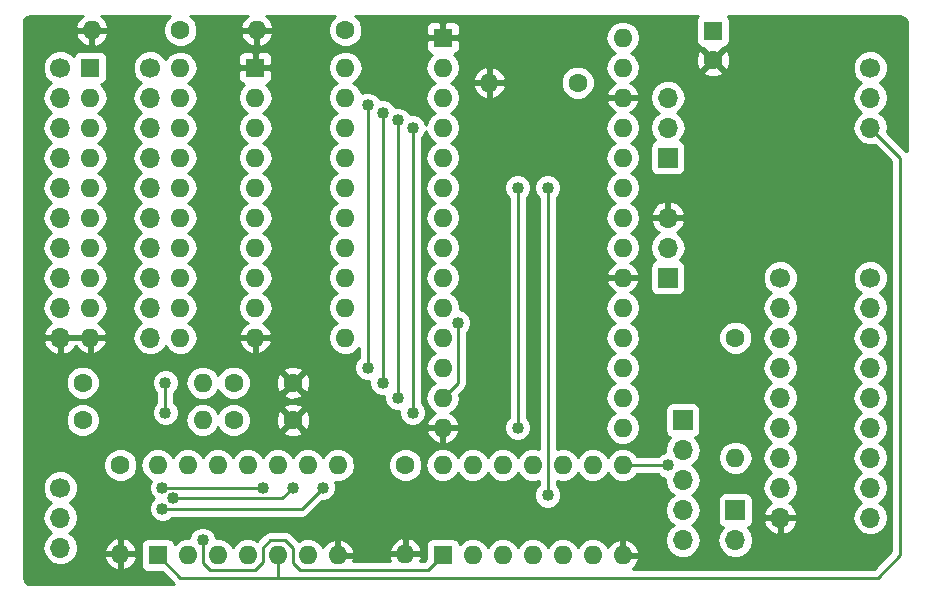
<source format=gtl>
G04 #@! TF.GenerationSoftware,KiCad,Pcbnew,5.0.2-bee76a0~70~ubuntu16.04.1*
G04 #@! TF.CreationDate,2019-05-03T11:24:50+01:00*
G04 #@! TF.ProjectId,AtomRamAndNoiseKiller,41746f6d-5261-46d4-916e-644e6f697365,rev?*
G04 #@! TF.SameCoordinates,PX8e4fe28PY93c3260*
G04 #@! TF.FileFunction,Copper,L1,Top*
G04 #@! TF.FilePolarity,Positive*
%FSLAX46Y46*%
G04 Gerber Fmt 4.6, Leading zero omitted, Abs format (unit mm)*
G04 Created by KiCad (PCBNEW 5.0.2-bee76a0~70~ubuntu16.04.1) date Fri 03 May 2019 11:24:50 BST*
%MOMM*%
%LPD*%
G01*
G04 APERTURE LIST*
G04 #@! TA.AperFunction,ComponentPad*
%ADD10O,1.700000X1.700000*%
G04 #@! TD*
G04 #@! TA.AperFunction,ComponentPad*
%ADD11R,1.700000X1.700000*%
G04 #@! TD*
G04 #@! TA.AperFunction,ComponentPad*
%ADD12O,1.600000X1.600000*%
G04 #@! TD*
G04 #@! TA.AperFunction,ComponentPad*
%ADD13R,1.600000X1.600000*%
G04 #@! TD*
G04 #@! TA.AperFunction,ComponentPad*
%ADD14C,1.600000*%
G04 #@! TD*
G04 #@! TA.AperFunction,ComponentPad*
%ADD15C,1.700000*%
G04 #@! TD*
G04 #@! TA.AperFunction,ViaPad*
%ADD16C,1.016000*%
G04 #@! TD*
G04 #@! TA.AperFunction,Conductor*
%ADD17C,0.254000*%
G04 #@! TD*
G04 APERTURE END LIST*
D10*
G04 #@! TO.P,LK4,5*
G04 #@! TO.N,Net-(LK4-Pad5)*
X56515000Y4445000D03*
G04 #@! TO.P,LK4,4*
G04 #@! TO.N,Net-(LK4-Pad2)*
X56515000Y6985000D03*
G04 #@! TO.P,LK4,3*
G04 #@! TO.N,Net-(LK4-Pad3)*
X56515000Y9525000D03*
G04 #@! TO.P,LK4,2*
G04 #@! TO.N,Net-(LK4-Pad2)*
X56515000Y12065000D03*
D11*
G04 #@! TO.P,LK4,1*
G04 #@! TO.N,/NVDG*
X56515000Y14605000D03*
G04 #@! TD*
D12*
G04 #@! TO.P,U2,14*
G04 #@! TO.N,VCC*
X36195000Y10795000D03*
G04 #@! TO.P,U2,7*
G04 #@! TO.N,GND*
X51435000Y3175000D03*
G04 #@! TO.P,U2,13*
G04 #@! TO.N,Net-(LK2-Pad1)*
X38735000Y10795000D03*
G04 #@! TO.P,U2,6*
G04 #@! TO.N,Net-(LK4-Pad5)*
X48895000Y3175000D03*
G04 #@! TO.P,U2,12*
G04 #@! TO.N,Net-(U1-Pad4)*
X41275000Y10795000D03*
G04 #@! TO.P,U2,5*
G04 #@! TO.N,Net-(LK4-Pad3)*
X46355000Y3175000D03*
G04 #@! TO.P,U2,11*
G04 #@! TO.N,Net-(U1-Pad9)*
X43815000Y10795000D03*
G04 #@! TO.P,U2,4*
G04 #@! TO.N,Net-(LK4-Pad3)*
X43815000Y3175000D03*
G04 #@! TO.P,U2,10*
G04 #@! TO.N,/NVDG*
X46355000Y10795000D03*
G04 #@! TO.P,U2,3*
G04 #@! TO.N,Net-(LK4-Pad3)*
X41275000Y3175000D03*
G04 #@! TO.P,U2,9*
G04 #@! TO.N,Net-(U1-Pad10)*
X48895000Y10795000D03*
G04 #@! TO.P,U2,2*
G04 #@! TO.N,/NVDG*
X38735000Y3175000D03*
G04 #@! TO.P,U2,8*
G04 #@! TO.N,Net-(LK3-Pad2)*
X51435000Y10795000D03*
D13*
G04 #@! TO.P,U2,1*
G04 #@! TO.N,/NVDG*
X36195000Y3175000D03*
G04 #@! TD*
D10*
G04 #@! TO.P,LK3,2*
G04 #@! TO.N,Net-(LK3-Pad2)*
X60960000Y4445000D03*
D11*
G04 #@! TO.P,LK3,1*
G04 #@! TO.N,/LOAD*
X60960000Y6985000D03*
G04 #@! TD*
D10*
G04 #@! TO.P,LK2,3*
G04 #@! TO.N,GND*
X55245000Y31750000D03*
G04 #@! TO.P,LK2,2*
G04 #@! TO.N,/RAMNOE*
X55245000Y29210000D03*
D11*
G04 #@! TO.P,LK2,1*
G04 #@! TO.N,Net-(LK2-Pad1)*
X55245000Y26670000D03*
G04 #@! TD*
D10*
G04 #@! TO.P,LK1,3*
G04 #@! TO.N,/NWE*
X55245000Y41910000D03*
G04 #@! TO.P,LK1,2*
G04 #@! TO.N,/RAMNWE*
X55245000Y39370000D03*
D11*
G04 #@! TO.P,LK1,1*
G04 #@! TO.N,Net-(LK1-Pad1)*
X55245000Y36830000D03*
G04 #@! TD*
D12*
G04 #@! TO.P,C2,2*
G04 #@! TO.N,GND*
X33020000Y3295000D03*
D14*
G04 #@! TO.P,C2,1*
G04 #@! TO.N,VCC*
X33020000Y10795000D03*
G04 #@! TD*
D12*
G04 #@! TO.P,U1,14*
G04 #@! TO.N,VCC*
X12065000Y10795000D03*
G04 #@! TO.P,U1,7*
G04 #@! TO.N,GND*
X27305000Y3175000D03*
G04 #@! TO.P,U1,13*
G04 #@! TO.N,/NVDG*
X14605000Y10795000D03*
G04 #@! TO.P,U1,6*
G04 #@! TO.N,Net-(LK2-Pad1)*
X24765000Y3175000D03*
G04 #@! TO.P,U1,12*
G04 #@! TO.N,Net-(R1-Pad1)*
X17145000Y10795000D03*
G04 #@! TO.P,U1,5*
G04 #@! TO.N,/NWE*
X22225000Y3175000D03*
G04 #@! TO.P,U1,11*
G04 #@! TO.N,Net-(C7-Pad1)*
X19685000Y10795000D03*
G04 #@! TO.P,U1,4*
G04 #@! TO.N,Net-(U1-Pad4)*
X19685000Y3175000D03*
G04 #@! TO.P,U1,10*
G04 #@! TO.N,Net-(U1-Pad10)*
X22225000Y10795000D03*
G04 #@! TO.P,U1,3*
G04 #@! TO.N,Net-(C8-Pad1)*
X17145000Y3175000D03*
G04 #@! TO.P,U1,9*
G04 #@! TO.N,Net-(U1-Pad9)*
X24765000Y10795000D03*
G04 #@! TO.P,U1,2*
G04 #@! TO.N,Net-(R2-Pad1)*
X14605000Y3175000D03*
G04 #@! TO.P,U1,8*
G04 #@! TO.N,Net-(LK1-Pad1)*
X27305000Y10795000D03*
D13*
G04 #@! TO.P,U1,1*
G04 #@! TO.N,/NWE*
X12065000Y3175000D03*
G04 #@! TD*
D14*
G04 #@! TO.P,C8,2*
G04 #@! TO.N,GND*
X23495000Y14605000D03*
G04 #@! TO.P,C8,1*
G04 #@! TO.N,Net-(C8-Pad1)*
X18495000Y14605000D03*
G04 #@! TD*
D10*
G04 #@! TO.P,J3,3*
G04 #@! TO.N,/NWE*
X72390000Y39370000D03*
G04 #@! TO.P,J3,2*
G04 #@! TO.N,Net-(J3-Pad2)*
X72390000Y41910000D03*
D15*
G04 #@! TO.P,J3,1*
G04 #@! TO.N,Net-(J3-Pad1)*
X72390000Y44450000D03*
G04 #@! TD*
D12*
G04 #@! TO.P,C1,2*
G04 #@! TO.N,GND*
X8890000Y3295000D03*
D14*
G04 #@! TO.P,C1,1*
G04 #@! TO.N,VCC*
X8890000Y10795000D03*
G04 #@! TD*
D12*
G04 #@! TO.P,C3,2*
G04 #@! TO.N,GND*
X6470000Y47625000D03*
D14*
G04 #@! TO.P,C3,1*
G04 #@! TO.N,VCC*
X13970000Y47625000D03*
G04 #@! TD*
D12*
G04 #@! TO.P,C4,2*
G04 #@! TO.N,GND*
X20440000Y47625000D03*
D14*
G04 #@! TO.P,C4,1*
G04 #@! TO.N,VCC*
X27940000Y47625000D03*
G04 #@! TD*
D12*
G04 #@! TO.P,C5,2*
G04 #@! TO.N,GND*
X40125000Y43180000D03*
D14*
G04 #@! TO.P,C5,1*
G04 #@! TO.N,VCC*
X47625000Y43180000D03*
G04 #@! TD*
D12*
G04 #@! TO.P,U5,28*
G04 #@! TO.N,VCC*
X51435000Y46990000D03*
G04 #@! TO.P,U5,14*
G04 #@! TO.N,GND*
X36195000Y13970000D03*
G04 #@! TO.P,U5,27*
G04 #@! TO.N,/RAMNWE*
X51435000Y44450000D03*
G04 #@! TO.P,U5,13*
G04 #@! TO.N,/RD5*
X36195000Y16510000D03*
G04 #@! TO.P,U5,26*
G04 #@! TO.N,GND*
X51435000Y41910000D03*
G04 #@! TO.P,U5,12*
G04 #@! TO.N,/RD7*
X36195000Y19050000D03*
G04 #@! TO.P,U5,25*
G04 #@! TO.N,/A7*
X51435000Y39370000D03*
G04 #@! TO.P,U5,11*
G04 #@! TO.N,/RD6*
X36195000Y21590000D03*
G04 #@! TO.P,U5,24*
G04 #@! TO.N,/A8*
X51435000Y36830000D03*
G04 #@! TO.P,U5,10*
G04 #@! TO.N,/A2*
X36195000Y24130000D03*
G04 #@! TO.P,U5,23*
G04 #@! TO.N,/A9*
X51435000Y34290000D03*
G04 #@! TO.P,U5,9*
G04 #@! TO.N,/A1*
X36195000Y26670000D03*
G04 #@! TO.P,U5,22*
G04 #@! TO.N,/RAMNOE*
X51435000Y31750000D03*
G04 #@! TO.P,U5,8*
G04 #@! TO.N,/A0*
X36195000Y29210000D03*
G04 #@! TO.P,U5,21*
G04 #@! TO.N,/A6*
X51435000Y29210000D03*
G04 #@! TO.P,U5,7*
G04 #@! TO.N,/A3*
X36195000Y31750000D03*
G04 #@! TO.P,U5,20*
G04 #@! TO.N,GND*
X51435000Y26670000D03*
G04 #@! TO.P,U5,6*
G04 #@! TO.N,/A4*
X36195000Y34290000D03*
G04 #@! TO.P,U5,19*
G04 #@! TO.N,/RD0*
X51435000Y24130000D03*
G04 #@! TO.P,U5,5*
G04 #@! TO.N,/A5*
X36195000Y36830000D03*
G04 #@! TO.P,U5,18*
G04 #@! TO.N,/RD1*
X51435000Y21590000D03*
G04 #@! TO.P,U5,4*
G04 #@! TO.N,/A12*
X36195000Y39370000D03*
G04 #@! TO.P,U5,17*
G04 #@! TO.N,/RD2*
X51435000Y19050000D03*
G04 #@! TO.P,U5,3*
G04 #@! TO.N,/A11*
X36195000Y41910000D03*
G04 #@! TO.P,U5,16*
G04 #@! TO.N,/RD3*
X51435000Y16510000D03*
G04 #@! TO.P,U5,2*
G04 #@! TO.N,/A10*
X36195000Y44450000D03*
G04 #@! TO.P,U5,15*
G04 #@! TO.N,/RD4*
X51435000Y13970000D03*
D13*
G04 #@! TO.P,U5,1*
G04 #@! TO.N,GND*
X36195000Y46990000D03*
G04 #@! TD*
D10*
G04 #@! TO.P,J1,10*
G04 #@! TO.N,/NDRS*
X11430000Y21590000D03*
G04 #@! TO.P,J1,9*
G04 #@! TO.N,/VD7*
X11430000Y24130000D03*
G04 #@! TO.P,J1,8*
G04 #@! TO.N,/VD6*
X11430000Y26670000D03*
G04 #@! TO.P,J1,7*
G04 #@! TO.N,/VD5*
X11430000Y29210000D03*
G04 #@! TO.P,J1,6*
G04 #@! TO.N,/VD4*
X11430000Y31750000D03*
G04 #@! TO.P,J1,5*
G04 #@! TO.N,/VD3*
X11430000Y34290000D03*
G04 #@! TO.P,J1,4*
G04 #@! TO.N,/VD2*
X11430000Y36830000D03*
G04 #@! TO.P,J1,3*
G04 #@! TO.N,/VD1*
X11430000Y39370000D03*
G04 #@! TO.P,J1,2*
G04 #@! TO.N,/VD0*
X11430000Y41910000D03*
D15*
G04 #@! TO.P,J1,1*
G04 #@! TO.N,VCC*
X11430000Y44450000D03*
G04 #@! TD*
D10*
G04 #@! TO.P,J6,3*
G04 #@! TO.N,/A12*
X3810000Y3810000D03*
G04 #@! TO.P,J6,2*
G04 #@! TO.N,/A11*
X3810000Y6350000D03*
D15*
G04 #@! TO.P,J6,1*
G04 #@! TO.N,/A10*
X3810000Y8890000D03*
G04 #@! TD*
D10*
G04 #@! TO.P,J4,9*
G04 #@! TO.N,GND*
X64770000Y6350000D03*
G04 #@! TO.P,J4,8*
G04 #@! TO.N,Net-(J4-Pad8)*
X64770000Y8890000D03*
G04 #@! TO.P,J4,7*
G04 #@! TO.N,/A2*
X64770000Y11430000D03*
G04 #@! TO.P,J4,6*
G04 #@! TO.N,/A1*
X64770000Y13970000D03*
G04 #@! TO.P,J4,5*
G04 #@! TO.N,/A0*
X64770000Y16510000D03*
G04 #@! TO.P,J4,4*
G04 #@! TO.N,/A3*
X64770000Y19050000D03*
G04 #@! TO.P,J4,3*
G04 #@! TO.N,/A4*
X64770000Y21590000D03*
G04 #@! TO.P,J4,2*
G04 #@! TO.N,/A5*
X64770000Y24130000D03*
D15*
G04 #@! TO.P,J4,1*
G04 #@! TO.N,/A6*
X64770000Y26670000D03*
G04 #@! TD*
D10*
G04 #@! TO.P,J5,9*
G04 #@! TO.N,Net-(J5-Pad9)*
X72390000Y6350000D03*
G04 #@! TO.P,J5,8*
G04 #@! TO.N,Net-(J5-Pad8)*
X72390000Y8890000D03*
G04 #@! TO.P,J5,7*
G04 #@! TO.N,Net-(J5-Pad7)*
X72390000Y11430000D03*
G04 #@! TO.P,J5,6*
G04 #@! TO.N,Net-(J5-Pad6)*
X72390000Y13970000D03*
G04 #@! TO.P,J5,5*
G04 #@! TO.N,Net-(J5-Pad5)*
X72390000Y16510000D03*
G04 #@! TO.P,J5,4*
G04 #@! TO.N,/A9*
X72390000Y19050000D03*
G04 #@! TO.P,J5,3*
G04 #@! TO.N,/A8*
X72390000Y21590000D03*
G04 #@! TO.P,J5,2*
G04 #@! TO.N,/A7*
X72390000Y24130000D03*
D15*
G04 #@! TO.P,J5,1*
G04 #@! TO.N,VCC*
X72390000Y26670000D03*
G04 #@! TD*
D10*
G04 #@! TO.P,J2,10*
G04 #@! TO.N,GND*
X3810000Y21590000D03*
G04 #@! TO.P,J2,9*
G04 #@! TO.N,/NVDG*
X3810000Y24130000D03*
G04 #@! TO.P,J2,8*
G04 #@! TO.N,/PD7*
X3810000Y26670000D03*
G04 #@! TO.P,J2,7*
G04 #@! TO.N,/PD6*
X3810000Y29210000D03*
G04 #@! TO.P,J2,6*
G04 #@! TO.N,/PD5*
X3810000Y31750000D03*
G04 #@! TO.P,J2,5*
G04 #@! TO.N,/PD4*
X3810000Y34290000D03*
G04 #@! TO.P,J2,4*
G04 #@! TO.N,/PD3*
X3810000Y36830000D03*
G04 #@! TO.P,J2,3*
G04 #@! TO.N,/PD2*
X3810000Y39370000D03*
G04 #@! TO.P,J2,2*
G04 #@! TO.N,/PD1*
X3810000Y41910000D03*
D15*
G04 #@! TO.P,J2,1*
G04 #@! TO.N,/PD0*
X3810000Y44450000D03*
G04 #@! TD*
D14*
G04 #@! TO.P,C6,2*
G04 #@! TO.N,GND*
X59055000Y45085000D03*
D13*
G04 #@! TO.P,C6,1*
G04 #@! TO.N,VCC*
X59055000Y47585000D03*
G04 #@! TD*
D14*
G04 #@! TO.P,C7,2*
G04 #@! TO.N,GND*
X23495000Y17780000D03*
G04 #@! TO.P,C7,1*
G04 #@! TO.N,Net-(C7-Pad1)*
X18495000Y17780000D03*
G04 #@! TD*
D12*
G04 #@! TO.P,U3,20*
G04 #@! TO.N,VCC*
X13970000Y44450000D03*
G04 #@! TO.P,U3,10*
G04 #@! TO.N,GND*
X6350000Y21590000D03*
G04 #@! TO.P,U3,19*
G04 #@! TO.N,Net-(LK4-Pad2)*
X13970000Y41910000D03*
G04 #@! TO.P,U3,9*
G04 #@! TO.N,/PD7*
X6350000Y24130000D03*
G04 #@! TO.P,U3,18*
G04 #@! TO.N,/RD0*
X13970000Y39370000D03*
G04 #@! TO.P,U3,8*
G04 #@! TO.N,/PD6*
X6350000Y26670000D03*
G04 #@! TO.P,U3,17*
G04 #@! TO.N,/RD1*
X13970000Y36830000D03*
G04 #@! TO.P,U3,7*
G04 #@! TO.N,/PD5*
X6350000Y29210000D03*
G04 #@! TO.P,U3,16*
G04 #@! TO.N,/RD2*
X13970000Y34290000D03*
G04 #@! TO.P,U3,6*
G04 #@! TO.N,/PD4*
X6350000Y31750000D03*
G04 #@! TO.P,U3,15*
G04 #@! TO.N,/RD3*
X13970000Y31750000D03*
G04 #@! TO.P,U3,5*
G04 #@! TO.N,/PD3*
X6350000Y34290000D03*
G04 #@! TO.P,U3,14*
G04 #@! TO.N,/RD4*
X13970000Y29210000D03*
G04 #@! TO.P,U3,4*
G04 #@! TO.N,/PD2*
X6350000Y36830000D03*
G04 #@! TO.P,U3,13*
G04 #@! TO.N,/RD5*
X13970000Y26670000D03*
G04 #@! TO.P,U3,3*
G04 #@! TO.N,/PD1*
X6350000Y39370000D03*
G04 #@! TO.P,U3,12*
G04 #@! TO.N,/RD6*
X13970000Y24130000D03*
G04 #@! TO.P,U3,2*
G04 #@! TO.N,/PD0*
X6350000Y41910000D03*
G04 #@! TO.P,U3,11*
G04 #@! TO.N,/RD7*
X13970000Y21590000D03*
D13*
G04 #@! TO.P,U3,1*
G04 #@! TO.N,/NDRS*
X6350000Y44450000D03*
G04 #@! TD*
D12*
G04 #@! TO.P,U4,20*
G04 #@! TO.N,VCC*
X27940000Y44450000D03*
G04 #@! TO.P,U4,10*
G04 #@! TO.N,GND*
X20320000Y21590000D03*
G04 #@! TO.P,U4,19*
G04 #@! TO.N,/VD0*
X27940000Y41910000D03*
G04 #@! TO.P,U4,9*
G04 #@! TO.N,/RD7*
X20320000Y24130000D03*
G04 #@! TO.P,U4,18*
G04 #@! TO.N,/VD1*
X27940000Y39370000D03*
G04 #@! TO.P,U4,8*
G04 #@! TO.N,/RD6*
X20320000Y26670000D03*
G04 #@! TO.P,U4,17*
G04 #@! TO.N,/VD2*
X27940000Y36830000D03*
G04 #@! TO.P,U4,7*
G04 #@! TO.N,/RD5*
X20320000Y29210000D03*
G04 #@! TO.P,U4,16*
G04 #@! TO.N,/VD3*
X27940000Y34290000D03*
G04 #@! TO.P,U4,6*
G04 #@! TO.N,/RD4*
X20320000Y31750000D03*
G04 #@! TO.P,U4,15*
G04 #@! TO.N,/VD4*
X27940000Y31750000D03*
G04 #@! TO.P,U4,5*
G04 #@! TO.N,/RD3*
X20320000Y34290000D03*
G04 #@! TO.P,U4,14*
G04 #@! TO.N,/VD5*
X27940000Y29210000D03*
G04 #@! TO.P,U4,4*
G04 #@! TO.N,/RD2*
X20320000Y36830000D03*
G04 #@! TO.P,U4,13*
G04 #@! TO.N,/VD6*
X27940000Y26670000D03*
G04 #@! TO.P,U4,3*
G04 #@! TO.N,/RD1*
X20320000Y39370000D03*
G04 #@! TO.P,U4,12*
G04 #@! TO.N,/VD7*
X27940000Y24130000D03*
G04 #@! TO.P,U4,2*
G04 #@! TO.N,/RD0*
X20320000Y41910000D03*
G04 #@! TO.P,U4,11*
G04 #@! TO.N,/LOAD*
X27940000Y21590000D03*
D13*
G04 #@! TO.P,U4,1*
G04 #@! TO.N,GND*
X20320000Y44450000D03*
G04 #@! TD*
D12*
G04 #@! TO.P,R3,2*
G04 #@! TO.N,/LOAD*
X60960000Y11430000D03*
D14*
G04 #@! TO.P,R3,1*
G04 #@! TO.N,VCC*
X60960000Y21590000D03*
G04 #@! TD*
D12*
G04 #@! TO.P,R1,2*
G04 #@! TO.N,Net-(C7-Pad1)*
X15875000Y17780000D03*
D14*
G04 #@! TO.P,R1,1*
G04 #@! TO.N,Net-(R1-Pad1)*
X5715000Y17780000D03*
G04 #@! TD*
D12*
G04 #@! TO.P,R2,2*
G04 #@! TO.N,Net-(C8-Pad1)*
X15875000Y14605000D03*
D14*
G04 #@! TO.P,R2,1*
G04 #@! TO.N,Net-(R2-Pad1)*
X5715000Y14605000D03*
G04 #@! TD*
D16*
G04 #@! TO.N,/A12*
X12446000Y7112000D03*
X32385000Y40005000D03*
X32385000Y16510000D03*
X26035000Y8890000D03*
G04 #@! TO.N,/RD5*
X37465000Y22860000D03*
G04 #@! TO.N,/A10*
X12446000Y8890000D03*
X20955000Y8890000D03*
X29845000Y41275000D03*
X29845000Y19050000D03*
G04 #@! TO.N,/A11*
X13335000Y8001000D03*
X31115000Y40640000D03*
X31115000Y17780000D03*
X23495000Y8890000D03*
G04 #@! TO.N,/NVDG*
X12700000Y17780000D03*
X12700000Y15240000D03*
X15875000Y4445000D03*
G04 #@! TO.N,Net-(LK1-Pad1)*
X33655000Y39370000D03*
X33655000Y15240000D03*
G04 #@! TO.N,Net-(LK2-Pad1)*
X42545000Y34290000D03*
X42545000Y13970000D03*
G04 #@! TO.N,Net-(LK3-Pad2)*
X55245000Y10795000D03*
G04 #@! TO.N,Net-(LK4-Pad2)*
X45085000Y34290000D03*
X45085000Y8255000D03*
G04 #@! TD*
D17*
G04 #@! TO.N,/A12*
X32385000Y16510000D02*
X32385000Y40005000D01*
X12446000Y7112000D02*
X24257000Y7112000D01*
X24257000Y7112000D02*
X26035000Y8890000D01*
G04 #@! TO.N,/RD5*
X36195000Y16510000D02*
X37465000Y17780000D01*
X37465000Y17780000D02*
X37465000Y22860000D01*
G04 #@! TO.N,/A10*
X12446000Y8890000D02*
X20955000Y8890000D01*
X29845000Y19050000D02*
X29845000Y41275000D01*
G04 #@! TO.N,/A11*
X31115000Y17780000D02*
X31115000Y40640000D01*
X23495000Y8890000D02*
X22606000Y8001000D01*
X22606000Y8001000D02*
X13335000Y8001000D01*
G04 #@! TO.N,/NWE*
X74930000Y36830000D02*
X72390000Y39370000D01*
X74930000Y3175000D02*
X74930000Y36830000D01*
X73025000Y1270000D02*
X74930000Y3175000D01*
X22225000Y1270000D02*
X73025000Y1270000D01*
X22225000Y1270000D02*
X22225000Y3175000D01*
X13970000Y1270000D02*
X22225000Y1270000D01*
X12065000Y3175000D02*
X13970000Y1270000D01*
G04 #@! TO.N,/NVDG*
X12700000Y17780000D02*
X12700000Y15240000D01*
X34925000Y1905000D02*
X36195000Y3175000D01*
X23495000Y2540000D02*
X24130000Y1905000D01*
X16533756Y1928756D02*
X20296244Y1928756D01*
X20296244Y1928756D02*
X20955000Y2587512D01*
X16510000Y1905000D02*
X16533756Y1928756D01*
X21590000Y4445000D02*
X22860000Y4445000D01*
X24130000Y1905000D02*
X34925000Y1905000D01*
X15875000Y2540000D02*
X16510000Y1905000D01*
X20955000Y2587512D02*
X20955000Y3810000D01*
X15875000Y4445000D02*
X15875000Y2540000D01*
X20955000Y3810000D02*
X21590000Y4445000D01*
X22860000Y4445000D02*
X23495000Y3810000D01*
X23495000Y3810000D02*
X23495000Y2540000D01*
G04 #@! TO.N,Net-(LK1-Pad1)*
X33655000Y39370000D02*
X33655000Y15240000D01*
G04 #@! TO.N,Net-(LK2-Pad1)*
X42545000Y13970000D02*
X42545000Y34290000D01*
G04 #@! TO.N,Net-(LK3-Pad2)*
X51435000Y10795000D02*
X55245000Y10795000D01*
G04 #@! TO.N,Net-(LK4-Pad2)*
X45085000Y8255000D02*
X45085000Y34290000D01*
G04 #@! TD*
G04 #@! TO.N,GND*
G36*
X5614866Y48777389D02*
X5238959Y48362423D01*
X5078096Y47974039D01*
X5200085Y47752000D01*
X6343000Y47752000D01*
X6343000Y47772000D01*
X6597000Y47772000D01*
X6597000Y47752000D01*
X7739915Y47752000D01*
X7861904Y47974039D01*
X7701041Y48362423D01*
X7325134Y48777389D01*
X7235101Y48820000D01*
X13135604Y48820000D01*
X12753466Y48437862D01*
X12535000Y47910439D01*
X12535000Y47339561D01*
X12753466Y46812138D01*
X13157138Y46408466D01*
X13684561Y46190000D01*
X14255439Y46190000D01*
X14782862Y46408466D01*
X15186534Y46812138D01*
X15378655Y47275961D01*
X19048096Y47275961D01*
X19208959Y46887577D01*
X19584866Y46472611D01*
X20090959Y46233086D01*
X20313000Y46354371D01*
X20313000Y47498000D01*
X20567000Y47498000D01*
X20567000Y46354371D01*
X20789041Y46233086D01*
X21295134Y46472611D01*
X21671041Y46887577D01*
X21831904Y47275961D01*
X21709915Y47498000D01*
X20567000Y47498000D01*
X20313000Y47498000D01*
X19170085Y47498000D01*
X19048096Y47275961D01*
X15378655Y47275961D01*
X15405000Y47339561D01*
X15405000Y47910439D01*
X15186534Y48437862D01*
X14804396Y48820000D01*
X19674899Y48820000D01*
X19584866Y48777389D01*
X19208959Y48362423D01*
X19048096Y47974039D01*
X19170085Y47752000D01*
X20313000Y47752000D01*
X20313000Y47772000D01*
X20567000Y47772000D01*
X20567000Y47752000D01*
X21709915Y47752000D01*
X21831904Y47974039D01*
X21671041Y48362423D01*
X21295134Y48777389D01*
X21205101Y48820000D01*
X27105604Y48820000D01*
X26723466Y48437862D01*
X26505000Y47910439D01*
X26505000Y47339561D01*
X26723466Y46812138D01*
X27127138Y46408466D01*
X27654561Y46190000D01*
X28225439Y46190000D01*
X28752862Y46408466D01*
X29156534Y46812138D01*
X29230206Y46990000D01*
X49971887Y46990000D01*
X50083260Y46430091D01*
X50400423Y45955423D01*
X50752758Y45720000D01*
X50400423Y45484577D01*
X50083260Y45009909D01*
X49971887Y44450000D01*
X50083260Y43890091D01*
X50400423Y43415423D01*
X50784108Y43159053D01*
X50579866Y43062389D01*
X50203959Y42647423D01*
X50043096Y42259039D01*
X50165085Y42037000D01*
X51308000Y42037000D01*
X51308000Y42057000D01*
X51562000Y42057000D01*
X51562000Y42037000D01*
X52704915Y42037000D01*
X52826904Y42259039D01*
X52666041Y42647423D01*
X52290134Y43062389D01*
X52085892Y43159053D01*
X52469577Y43415423D01*
X52786740Y43890091D01*
X52823969Y44077255D01*
X58226861Y44077255D01*
X58300995Y43831136D01*
X58838223Y43638035D01*
X59408454Y43665222D01*
X59809005Y43831136D01*
X59883139Y44077255D01*
X59055000Y44905395D01*
X58226861Y44077255D01*
X52823969Y44077255D01*
X52898113Y44450000D01*
X52786740Y45009909D01*
X52591721Y45301777D01*
X57608035Y45301777D01*
X57635222Y44731546D01*
X57801136Y44330995D01*
X58047255Y44256861D01*
X58875395Y45085000D01*
X59234605Y45085000D01*
X60062745Y44256861D01*
X60308864Y44330995D01*
X60501965Y44868223D01*
X60474778Y45438454D01*
X60308864Y45839005D01*
X60062745Y45913139D01*
X59234605Y45085000D01*
X58875395Y45085000D01*
X58047255Y45913139D01*
X57801136Y45839005D01*
X57608035Y45301777D01*
X52591721Y45301777D01*
X52469577Y45484577D01*
X52117242Y45720000D01*
X52469577Y45955423D01*
X52786740Y46430091D01*
X52898113Y46990000D01*
X52786740Y47549909D01*
X52469577Y48024577D01*
X51994909Y48341740D01*
X51576333Y48425000D01*
X51293667Y48425000D01*
X50875091Y48341740D01*
X50400423Y48024577D01*
X50083260Y47549909D01*
X49971887Y46990000D01*
X29230206Y46990000D01*
X29375000Y47339561D01*
X29375000Y47910439D01*
X29372569Y47916310D01*
X34760000Y47916310D01*
X34760000Y47275750D01*
X34918750Y47117000D01*
X36068000Y47117000D01*
X36068000Y48266250D01*
X36322000Y48266250D01*
X36322000Y47117000D01*
X37471250Y47117000D01*
X37630000Y47275750D01*
X37630000Y47916310D01*
X37533327Y48149699D01*
X37354698Y48328327D01*
X37121309Y48425000D01*
X36480750Y48425000D01*
X36322000Y48266250D01*
X36068000Y48266250D01*
X35909250Y48425000D01*
X35268691Y48425000D01*
X35035302Y48328327D01*
X34856673Y48149699D01*
X34760000Y47916310D01*
X29372569Y47916310D01*
X29156534Y48437862D01*
X28774396Y48820000D01*
X57781950Y48820000D01*
X57656843Y48632765D01*
X57607560Y48385000D01*
X57607560Y46785000D01*
X57656843Y46537235D01*
X57797191Y46327191D01*
X58007235Y46186843D01*
X58241187Y46140307D01*
X58226861Y46092745D01*
X59055000Y45264605D01*
X59883139Y46092745D01*
X59868813Y46140307D01*
X60102765Y46186843D01*
X60312809Y46327191D01*
X60453157Y46537235D01*
X60502440Y46785000D01*
X60502440Y48385000D01*
X60453157Y48632765D01*
X60328050Y48820000D01*
X74867881Y48820000D01*
X75117787Y48775935D01*
X75282920Y48680595D01*
X75405488Y48534523D01*
X75481555Y48325535D01*
X75490000Y48229004D01*
X75490000Y37363463D01*
X75479371Y37379371D01*
X75415746Y37421884D01*
X73831679Y39005951D01*
X73904092Y39370000D01*
X73788839Y39949418D01*
X73460625Y40440625D01*
X73162239Y40640000D01*
X73460625Y40839375D01*
X73788839Y41330582D01*
X73904092Y41910000D01*
X73788839Y42489418D01*
X73460625Y42980625D01*
X73178389Y43169209D01*
X73231185Y43191078D01*
X73648922Y43608815D01*
X73875000Y44154615D01*
X73875000Y44745385D01*
X73648922Y45291185D01*
X73231185Y45708922D01*
X72685385Y45935000D01*
X72094615Y45935000D01*
X71548815Y45708922D01*
X71131078Y45291185D01*
X70905000Y44745385D01*
X70905000Y44154615D01*
X71131078Y43608815D01*
X71548815Y43191078D01*
X71601611Y43169209D01*
X71319375Y42980625D01*
X70991161Y42489418D01*
X70875908Y41910000D01*
X70991161Y41330582D01*
X71319375Y40839375D01*
X71617761Y40640000D01*
X71319375Y40440625D01*
X70991161Y39949418D01*
X70875908Y39370000D01*
X70991161Y38790582D01*
X71319375Y38299375D01*
X71810582Y37971161D01*
X72243744Y37885000D01*
X72536256Y37885000D01*
X72754049Y37928321D01*
X74168001Y36514369D01*
X74168000Y3490631D01*
X72709370Y2032000D01*
X52269612Y2032000D01*
X52587389Y2319866D01*
X52826914Y2825959D01*
X52705629Y3048000D01*
X51562000Y3048000D01*
X51562000Y3028000D01*
X51308000Y3028000D01*
X51308000Y3048000D01*
X51288000Y3048000D01*
X51288000Y3302000D01*
X51308000Y3302000D01*
X51308000Y4444915D01*
X51562000Y4444915D01*
X51562000Y3302000D01*
X52705629Y3302000D01*
X52826914Y3524041D01*
X52587389Y4030134D01*
X52172423Y4406041D01*
X51784039Y4566904D01*
X51562000Y4444915D01*
X51308000Y4444915D01*
X51085961Y4566904D01*
X50697577Y4406041D01*
X50282611Y4030134D01*
X50185947Y3825892D01*
X49929577Y4209577D01*
X49454909Y4526740D01*
X49036333Y4610000D01*
X48753667Y4610000D01*
X48335091Y4526740D01*
X47860423Y4209577D01*
X47625000Y3857242D01*
X47389577Y4209577D01*
X46914909Y4526740D01*
X46496333Y4610000D01*
X46213667Y4610000D01*
X45795091Y4526740D01*
X45320423Y4209577D01*
X45085000Y3857242D01*
X44849577Y4209577D01*
X44374909Y4526740D01*
X43956333Y4610000D01*
X43673667Y4610000D01*
X43255091Y4526740D01*
X42780423Y4209577D01*
X42545000Y3857242D01*
X42309577Y4209577D01*
X41834909Y4526740D01*
X41416333Y4610000D01*
X41133667Y4610000D01*
X40715091Y4526740D01*
X40240423Y4209577D01*
X40005000Y3857242D01*
X39769577Y4209577D01*
X39294909Y4526740D01*
X38876333Y4610000D01*
X38593667Y4610000D01*
X38175091Y4526740D01*
X37700423Y4209577D01*
X37619785Y4088894D01*
X37593157Y4222765D01*
X37452809Y4432809D01*
X37242765Y4573157D01*
X36995000Y4622440D01*
X35395000Y4622440D01*
X35147235Y4573157D01*
X34937191Y4432809D01*
X34796843Y4222765D01*
X34747560Y3975000D01*
X34747560Y2805190D01*
X34609370Y2667000D01*
X34279888Y2667000D01*
X34411914Y2945959D01*
X34290629Y3168000D01*
X33147000Y3168000D01*
X33147000Y3148000D01*
X32893000Y3148000D01*
X32893000Y3168000D01*
X31749371Y3168000D01*
X31628086Y2945959D01*
X31760112Y2667000D01*
X28621681Y2667000D01*
X28696914Y2825959D01*
X28575629Y3048000D01*
X27432000Y3048000D01*
X27432000Y3028000D01*
X27178000Y3028000D01*
X27178000Y3048000D01*
X27158000Y3048000D01*
X27158000Y3302000D01*
X27178000Y3302000D01*
X27178000Y4444915D01*
X27432000Y4444915D01*
X27432000Y3302000D01*
X28575629Y3302000D01*
X28696914Y3524041D01*
X28640121Y3644041D01*
X31628086Y3644041D01*
X31749371Y3422000D01*
X32893000Y3422000D01*
X32893000Y4564915D01*
X33147000Y4564915D01*
X33147000Y3422000D01*
X34290629Y3422000D01*
X34411914Y3644041D01*
X34172389Y4150134D01*
X33757423Y4526041D01*
X33369039Y4686904D01*
X33147000Y4564915D01*
X32893000Y4564915D01*
X32670961Y4686904D01*
X32282577Y4526041D01*
X31867611Y4150134D01*
X31628086Y3644041D01*
X28640121Y3644041D01*
X28457389Y4030134D01*
X28042423Y4406041D01*
X27654039Y4566904D01*
X27432000Y4444915D01*
X27178000Y4444915D01*
X26955961Y4566904D01*
X26567577Y4406041D01*
X26152611Y4030134D01*
X26055947Y3825892D01*
X25799577Y4209577D01*
X25324909Y4526740D01*
X24906333Y4610000D01*
X24623667Y4610000D01*
X24205091Y4526740D01*
X23999488Y4389361D01*
X23980750Y4401881D01*
X23451883Y4930747D01*
X23409371Y4994371D01*
X23157317Y5162788D01*
X22935048Y5207000D01*
X22935043Y5207000D01*
X22860000Y5221927D01*
X22784957Y5207000D01*
X21665047Y5207000D01*
X21590000Y5221928D01*
X21514953Y5207000D01*
X21514952Y5207000D01*
X21292683Y5162788D01*
X21040629Y4994371D01*
X20998118Y4930749D01*
X20469251Y4401881D01*
X20450512Y4389360D01*
X20244909Y4526740D01*
X19826333Y4610000D01*
X19543667Y4610000D01*
X19125091Y4526740D01*
X18650423Y4209577D01*
X18415000Y3857242D01*
X18179577Y4209577D01*
X17704909Y4526740D01*
X17286333Y4610000D01*
X17018000Y4610000D01*
X17018000Y4672357D01*
X16843989Y5092458D01*
X16522458Y5413989D01*
X16102357Y5588000D01*
X15647643Y5588000D01*
X15227542Y5413989D01*
X14906011Y5092458D01*
X14732000Y4672357D01*
X14732000Y4610000D01*
X14463667Y4610000D01*
X14045091Y4526740D01*
X13570423Y4209577D01*
X13489785Y4088894D01*
X13463157Y4222765D01*
X13322809Y4432809D01*
X13112765Y4573157D01*
X12865000Y4622440D01*
X11265000Y4622440D01*
X11017235Y4573157D01*
X10807191Y4432809D01*
X10666843Y4222765D01*
X10617560Y3975000D01*
X10617560Y2375000D01*
X10666843Y2127235D01*
X10807191Y1917191D01*
X11017235Y1776843D01*
X11265000Y1727560D01*
X12434810Y1727560D01*
X13378118Y784251D01*
X13420629Y720629D01*
X13436536Y710000D01*
X1332119Y710000D01*
X1082213Y754065D01*
X917081Y849404D01*
X794512Y995476D01*
X718445Y1204468D01*
X710000Y1300996D01*
X710000Y6350000D01*
X2295908Y6350000D01*
X2411161Y5770582D01*
X2739375Y5279375D01*
X3037761Y5080000D01*
X2739375Y4880625D01*
X2411161Y4389418D01*
X2295908Y3810000D01*
X2411161Y3230582D01*
X2739375Y2739375D01*
X3230582Y2411161D01*
X3663744Y2325000D01*
X3956256Y2325000D01*
X4389418Y2411161D01*
X4880625Y2739375D01*
X5018660Y2945959D01*
X7498086Y2945959D01*
X7737611Y2439866D01*
X8152577Y2063959D01*
X8540961Y1903096D01*
X8763000Y2025085D01*
X8763000Y3168000D01*
X9017000Y3168000D01*
X9017000Y2025085D01*
X9239039Y1903096D01*
X9627423Y2063959D01*
X10042389Y2439866D01*
X10281914Y2945959D01*
X10160629Y3168000D01*
X9017000Y3168000D01*
X8763000Y3168000D01*
X7619371Y3168000D01*
X7498086Y2945959D01*
X5018660Y2945959D01*
X5208839Y3230582D01*
X5291080Y3644041D01*
X7498086Y3644041D01*
X7619371Y3422000D01*
X8763000Y3422000D01*
X8763000Y4564915D01*
X9017000Y4564915D01*
X9017000Y3422000D01*
X10160629Y3422000D01*
X10281914Y3644041D01*
X10042389Y4150134D01*
X9627423Y4526041D01*
X9239039Y4686904D01*
X9017000Y4564915D01*
X8763000Y4564915D01*
X8540961Y4686904D01*
X8152577Y4526041D01*
X7737611Y4150134D01*
X7498086Y3644041D01*
X5291080Y3644041D01*
X5324092Y3810000D01*
X5208839Y4389418D01*
X4880625Y4880625D01*
X4582239Y5080000D01*
X4880625Y5279375D01*
X5208839Y5770582D01*
X5324092Y6350000D01*
X5208839Y6929418D01*
X4880625Y7420625D01*
X4598389Y7609209D01*
X4651185Y7631078D01*
X5068922Y8048815D01*
X5295000Y8594615D01*
X5295000Y9185385D01*
X5068922Y9731185D01*
X4651185Y10148922D01*
X4105385Y10375000D01*
X3514615Y10375000D01*
X2968815Y10148922D01*
X2551078Y9731185D01*
X2325000Y9185385D01*
X2325000Y8594615D01*
X2551078Y8048815D01*
X2968815Y7631078D01*
X3021611Y7609209D01*
X2739375Y7420625D01*
X2411161Y6929418D01*
X2295908Y6350000D01*
X710000Y6350000D01*
X710000Y11080439D01*
X7455000Y11080439D01*
X7455000Y10509561D01*
X7673466Y9982138D01*
X8077138Y9578466D01*
X8604561Y9360000D01*
X9175439Y9360000D01*
X9702862Y9578466D01*
X10106534Y9982138D01*
X10325000Y10509561D01*
X10325000Y10795000D01*
X10601887Y10795000D01*
X10713260Y10235091D01*
X11030423Y9760423D01*
X11452538Y9478375D01*
X11303000Y9117357D01*
X11303000Y8662643D01*
X11477011Y8242542D01*
X11718553Y8001000D01*
X11477011Y7759458D01*
X11303000Y7339357D01*
X11303000Y6884643D01*
X11477011Y6464542D01*
X11798542Y6143011D01*
X12218643Y5969000D01*
X12673357Y5969000D01*
X13093458Y6143011D01*
X13300447Y6350000D01*
X24181957Y6350000D01*
X24257000Y6335073D01*
X24332043Y6350000D01*
X24332048Y6350000D01*
X24554317Y6394212D01*
X24806371Y6562629D01*
X24848883Y6626253D01*
X25969631Y7747000D01*
X26262357Y7747000D01*
X26682458Y7921011D01*
X27003989Y8242542D01*
X27178000Y8662643D01*
X27178000Y9117357D01*
X27069757Y9378680D01*
X27163667Y9360000D01*
X27446333Y9360000D01*
X27864909Y9443260D01*
X28339577Y9760423D01*
X28656740Y10235091D01*
X28768113Y10795000D01*
X28711336Y11080439D01*
X31585000Y11080439D01*
X31585000Y10509561D01*
X31803466Y9982138D01*
X32207138Y9578466D01*
X32734561Y9360000D01*
X33305439Y9360000D01*
X33832862Y9578466D01*
X34236534Y9982138D01*
X34455000Y10509561D01*
X34455000Y10795000D01*
X34731887Y10795000D01*
X34843260Y10235091D01*
X35160423Y9760423D01*
X35635091Y9443260D01*
X36053667Y9360000D01*
X36336333Y9360000D01*
X36754909Y9443260D01*
X37229577Y9760423D01*
X37465000Y10112758D01*
X37700423Y9760423D01*
X38175091Y9443260D01*
X38593667Y9360000D01*
X38876333Y9360000D01*
X39294909Y9443260D01*
X39769577Y9760423D01*
X40005000Y10112758D01*
X40240423Y9760423D01*
X40715091Y9443260D01*
X41133667Y9360000D01*
X41416333Y9360000D01*
X41834909Y9443260D01*
X42309577Y9760423D01*
X42545000Y10112758D01*
X42780423Y9760423D01*
X43255091Y9443260D01*
X43673667Y9360000D01*
X43956333Y9360000D01*
X44323000Y9432935D01*
X44323000Y9109447D01*
X44116011Y8902458D01*
X43942000Y8482357D01*
X43942000Y8027643D01*
X44116011Y7607542D01*
X44437542Y7286011D01*
X44857643Y7112000D01*
X45312357Y7112000D01*
X45732458Y7286011D01*
X46053989Y7607542D01*
X46228000Y8027643D01*
X46228000Y8482357D01*
X46053989Y8902458D01*
X45847000Y9109447D01*
X45847000Y9432935D01*
X46213667Y9360000D01*
X46496333Y9360000D01*
X46914909Y9443260D01*
X47389577Y9760423D01*
X47625000Y10112758D01*
X47860423Y9760423D01*
X48335091Y9443260D01*
X48753667Y9360000D01*
X49036333Y9360000D01*
X49454909Y9443260D01*
X49929577Y9760423D01*
X50165000Y10112758D01*
X50400423Y9760423D01*
X50875091Y9443260D01*
X51293667Y9360000D01*
X51576333Y9360000D01*
X51994909Y9443260D01*
X52469577Y9760423D01*
X52651707Y10033000D01*
X54390553Y10033000D01*
X54597542Y9826011D01*
X55017643Y9652000D01*
X55026170Y9652000D01*
X55000908Y9525000D01*
X55116161Y8945582D01*
X55444375Y8454375D01*
X55742761Y8255000D01*
X55444375Y8055625D01*
X55116161Y7564418D01*
X55000908Y6985000D01*
X55116161Y6405582D01*
X55444375Y5914375D01*
X55742761Y5715000D01*
X55444375Y5515625D01*
X55116161Y5024418D01*
X55000908Y4445000D01*
X55116161Y3865582D01*
X55444375Y3374375D01*
X55935582Y3046161D01*
X56368744Y2960000D01*
X56661256Y2960000D01*
X57094418Y3046161D01*
X57585625Y3374375D01*
X57913839Y3865582D01*
X58029092Y4445000D01*
X59445908Y4445000D01*
X59561161Y3865582D01*
X59889375Y3374375D01*
X60380582Y3046161D01*
X60813744Y2960000D01*
X61106256Y2960000D01*
X61539418Y3046161D01*
X62030625Y3374375D01*
X62358839Y3865582D01*
X62474092Y4445000D01*
X62358839Y5024418D01*
X62030625Y5515625D01*
X62012381Y5527816D01*
X62057765Y5536843D01*
X62267809Y5677191D01*
X62408157Y5887235D01*
X62429216Y5993110D01*
X63328524Y5993110D01*
X63498355Y5583076D01*
X63888642Y5154817D01*
X64413108Y4908514D01*
X64643000Y5029181D01*
X64643000Y6223000D01*
X64897000Y6223000D01*
X64897000Y5029181D01*
X65126892Y4908514D01*
X65651358Y5154817D01*
X66041645Y5583076D01*
X66211476Y5993110D01*
X66090155Y6223000D01*
X64897000Y6223000D01*
X64643000Y6223000D01*
X63449845Y6223000D01*
X63328524Y5993110D01*
X62429216Y5993110D01*
X62457440Y6135000D01*
X62457440Y7835000D01*
X62408157Y8082765D01*
X62267809Y8292809D01*
X62057765Y8433157D01*
X61810000Y8482440D01*
X60110000Y8482440D01*
X59862235Y8433157D01*
X59652191Y8292809D01*
X59511843Y8082765D01*
X59462560Y7835000D01*
X59462560Y6135000D01*
X59511843Y5887235D01*
X59652191Y5677191D01*
X59862235Y5536843D01*
X59907619Y5527816D01*
X59889375Y5515625D01*
X59561161Y5024418D01*
X59445908Y4445000D01*
X58029092Y4445000D01*
X57913839Y5024418D01*
X57585625Y5515625D01*
X57287239Y5715000D01*
X57585625Y5914375D01*
X57913839Y6405582D01*
X58029092Y6985000D01*
X57913839Y7564418D01*
X57585625Y8055625D01*
X57287239Y8255000D01*
X57585625Y8454375D01*
X57913839Y8945582D01*
X58029092Y9525000D01*
X57913839Y10104418D01*
X57585625Y10595625D01*
X57287239Y10795000D01*
X57585625Y10994375D01*
X57876700Y11430000D01*
X59496887Y11430000D01*
X59608260Y10870091D01*
X59925423Y10395423D01*
X60400091Y10078260D01*
X60818667Y9995000D01*
X61101333Y9995000D01*
X61519909Y10078260D01*
X61994577Y10395423D01*
X62311740Y10870091D01*
X62423113Y11430000D01*
X62311740Y11989909D01*
X61994577Y12464577D01*
X61519909Y12781740D01*
X61101333Y12865000D01*
X60818667Y12865000D01*
X60400091Y12781740D01*
X59925423Y12464577D01*
X59608260Y11989909D01*
X59496887Y11430000D01*
X57876700Y11430000D01*
X57913839Y11485582D01*
X58029092Y12065000D01*
X57913839Y12644418D01*
X57585625Y13135625D01*
X57567381Y13147816D01*
X57612765Y13156843D01*
X57822809Y13297191D01*
X57963157Y13507235D01*
X58012440Y13755000D01*
X58012440Y15455000D01*
X57963157Y15702765D01*
X57822809Y15912809D01*
X57612765Y16053157D01*
X57365000Y16102440D01*
X55665000Y16102440D01*
X55417235Y16053157D01*
X55207191Y15912809D01*
X55066843Y15702765D01*
X55017560Y15455000D01*
X55017560Y13755000D01*
X55066843Y13507235D01*
X55207191Y13297191D01*
X55417235Y13156843D01*
X55462619Y13147816D01*
X55444375Y13135625D01*
X55116161Y12644418D01*
X55000908Y12065000D01*
X55026170Y11938000D01*
X55017643Y11938000D01*
X54597542Y11763989D01*
X54390553Y11557000D01*
X52651707Y11557000D01*
X52469577Y11829577D01*
X51994909Y12146740D01*
X51576333Y12230000D01*
X51293667Y12230000D01*
X50875091Y12146740D01*
X50400423Y11829577D01*
X50165000Y11477242D01*
X49929577Y11829577D01*
X49454909Y12146740D01*
X49036333Y12230000D01*
X48753667Y12230000D01*
X48335091Y12146740D01*
X47860423Y11829577D01*
X47625000Y11477242D01*
X47389577Y11829577D01*
X46914909Y12146740D01*
X46496333Y12230000D01*
X46213667Y12230000D01*
X45847000Y12157065D01*
X45847000Y24130000D01*
X49971887Y24130000D01*
X50083260Y23570091D01*
X50400423Y23095423D01*
X50752758Y22860000D01*
X50400423Y22624577D01*
X50083260Y22149909D01*
X49971887Y21590000D01*
X50083260Y21030091D01*
X50400423Y20555423D01*
X50752758Y20320000D01*
X50400423Y20084577D01*
X50083260Y19609909D01*
X49971887Y19050000D01*
X50083260Y18490091D01*
X50400423Y18015423D01*
X50752758Y17780000D01*
X50400423Y17544577D01*
X50083260Y17069909D01*
X49971887Y16510000D01*
X50083260Y15950091D01*
X50400423Y15475423D01*
X50752758Y15240000D01*
X50400423Y15004577D01*
X50083260Y14529909D01*
X49971887Y13970000D01*
X50083260Y13410091D01*
X50400423Y12935423D01*
X50875091Y12618260D01*
X51293667Y12535000D01*
X51576333Y12535000D01*
X51994909Y12618260D01*
X52469577Y12935423D01*
X52786740Y13410091D01*
X52898113Y13970000D01*
X52786740Y14529909D01*
X52469577Y15004577D01*
X52117242Y15240000D01*
X52469577Y15475423D01*
X52786740Y15950091D01*
X52898113Y16510000D01*
X52786740Y17069909D01*
X52469577Y17544577D01*
X52117242Y17780000D01*
X52469577Y18015423D01*
X52786740Y18490091D01*
X52898113Y19050000D01*
X52786740Y19609909D01*
X52469577Y20084577D01*
X52117242Y20320000D01*
X52469577Y20555423D01*
X52786740Y21030091D01*
X52898113Y21590000D01*
X52841336Y21875439D01*
X59525000Y21875439D01*
X59525000Y21304561D01*
X59743466Y20777138D01*
X60147138Y20373466D01*
X60674561Y20155000D01*
X61245439Y20155000D01*
X61772862Y20373466D01*
X62176534Y20777138D01*
X62395000Y21304561D01*
X62395000Y21875439D01*
X62176534Y22402862D01*
X61772862Y22806534D01*
X61245439Y23025000D01*
X60674561Y23025000D01*
X60147138Y22806534D01*
X59743466Y22402862D01*
X59525000Y21875439D01*
X52841336Y21875439D01*
X52786740Y22149909D01*
X52469577Y22624577D01*
X52117242Y22860000D01*
X52469577Y23095423D01*
X52786740Y23570091D01*
X52898113Y24130000D01*
X63255908Y24130000D01*
X63371161Y23550582D01*
X63699375Y23059375D01*
X63997761Y22860000D01*
X63699375Y22660625D01*
X63371161Y22169418D01*
X63255908Y21590000D01*
X63371161Y21010582D01*
X63699375Y20519375D01*
X63997761Y20320000D01*
X63699375Y20120625D01*
X63371161Y19629418D01*
X63255908Y19050000D01*
X63371161Y18470582D01*
X63699375Y17979375D01*
X63997761Y17780000D01*
X63699375Y17580625D01*
X63371161Y17089418D01*
X63255908Y16510000D01*
X63371161Y15930582D01*
X63699375Y15439375D01*
X63997761Y15240000D01*
X63699375Y15040625D01*
X63371161Y14549418D01*
X63255908Y13970000D01*
X63371161Y13390582D01*
X63699375Y12899375D01*
X63997761Y12700000D01*
X63699375Y12500625D01*
X63371161Y12009418D01*
X63255908Y11430000D01*
X63371161Y10850582D01*
X63699375Y10359375D01*
X63997761Y10160000D01*
X63699375Y9960625D01*
X63371161Y9469418D01*
X63255908Y8890000D01*
X63371161Y8310582D01*
X63699375Y7819375D01*
X64018478Y7606157D01*
X63888642Y7545183D01*
X63498355Y7116924D01*
X63328524Y6706890D01*
X63449845Y6477000D01*
X64643000Y6477000D01*
X64643000Y6497000D01*
X64897000Y6497000D01*
X64897000Y6477000D01*
X66090155Y6477000D01*
X66211476Y6706890D01*
X66041645Y7116924D01*
X65651358Y7545183D01*
X65521522Y7606157D01*
X65840625Y7819375D01*
X66168839Y8310582D01*
X66284092Y8890000D01*
X66168839Y9469418D01*
X65840625Y9960625D01*
X65542239Y10160000D01*
X65840625Y10359375D01*
X66168839Y10850582D01*
X66284092Y11430000D01*
X66168839Y12009418D01*
X65840625Y12500625D01*
X65542239Y12700000D01*
X65840625Y12899375D01*
X66168839Y13390582D01*
X66284092Y13970000D01*
X66168839Y14549418D01*
X65840625Y15040625D01*
X65542239Y15240000D01*
X65840625Y15439375D01*
X66168839Y15930582D01*
X66284092Y16510000D01*
X66168839Y17089418D01*
X65840625Y17580625D01*
X65542239Y17780000D01*
X65840625Y17979375D01*
X66168839Y18470582D01*
X66284092Y19050000D01*
X66168839Y19629418D01*
X65840625Y20120625D01*
X65542239Y20320000D01*
X65840625Y20519375D01*
X66168839Y21010582D01*
X66284092Y21590000D01*
X66168839Y22169418D01*
X65840625Y22660625D01*
X65542239Y22860000D01*
X65840625Y23059375D01*
X66168839Y23550582D01*
X66284092Y24130000D01*
X70875908Y24130000D01*
X70991161Y23550582D01*
X71319375Y23059375D01*
X71617761Y22860000D01*
X71319375Y22660625D01*
X70991161Y22169418D01*
X70875908Y21590000D01*
X70991161Y21010582D01*
X71319375Y20519375D01*
X71617761Y20320000D01*
X71319375Y20120625D01*
X70991161Y19629418D01*
X70875908Y19050000D01*
X70991161Y18470582D01*
X71319375Y17979375D01*
X71617761Y17780000D01*
X71319375Y17580625D01*
X70991161Y17089418D01*
X70875908Y16510000D01*
X70991161Y15930582D01*
X71319375Y15439375D01*
X71617761Y15240000D01*
X71319375Y15040625D01*
X70991161Y14549418D01*
X70875908Y13970000D01*
X70991161Y13390582D01*
X71319375Y12899375D01*
X71617761Y12700000D01*
X71319375Y12500625D01*
X70991161Y12009418D01*
X70875908Y11430000D01*
X70991161Y10850582D01*
X71319375Y10359375D01*
X71617761Y10160000D01*
X71319375Y9960625D01*
X70991161Y9469418D01*
X70875908Y8890000D01*
X70991161Y8310582D01*
X71319375Y7819375D01*
X71617761Y7620000D01*
X71319375Y7420625D01*
X70991161Y6929418D01*
X70875908Y6350000D01*
X70991161Y5770582D01*
X71319375Y5279375D01*
X71810582Y4951161D01*
X72243744Y4865000D01*
X72536256Y4865000D01*
X72969418Y4951161D01*
X73460625Y5279375D01*
X73788839Y5770582D01*
X73904092Y6350000D01*
X73788839Y6929418D01*
X73460625Y7420625D01*
X73162239Y7620000D01*
X73460625Y7819375D01*
X73788839Y8310582D01*
X73904092Y8890000D01*
X73788839Y9469418D01*
X73460625Y9960625D01*
X73162239Y10160000D01*
X73460625Y10359375D01*
X73788839Y10850582D01*
X73904092Y11430000D01*
X73788839Y12009418D01*
X73460625Y12500625D01*
X73162239Y12700000D01*
X73460625Y12899375D01*
X73788839Y13390582D01*
X73904092Y13970000D01*
X73788839Y14549418D01*
X73460625Y15040625D01*
X73162239Y15240000D01*
X73460625Y15439375D01*
X73788839Y15930582D01*
X73904092Y16510000D01*
X73788839Y17089418D01*
X73460625Y17580625D01*
X73162239Y17780000D01*
X73460625Y17979375D01*
X73788839Y18470582D01*
X73904092Y19050000D01*
X73788839Y19629418D01*
X73460625Y20120625D01*
X73162239Y20320000D01*
X73460625Y20519375D01*
X73788839Y21010582D01*
X73904092Y21590000D01*
X73788839Y22169418D01*
X73460625Y22660625D01*
X73162239Y22860000D01*
X73460625Y23059375D01*
X73788839Y23550582D01*
X73904092Y24130000D01*
X73788839Y24709418D01*
X73460625Y25200625D01*
X73178389Y25389209D01*
X73231185Y25411078D01*
X73648922Y25828815D01*
X73875000Y26374615D01*
X73875000Y26965385D01*
X73648922Y27511185D01*
X73231185Y27928922D01*
X72685385Y28155000D01*
X72094615Y28155000D01*
X71548815Y27928922D01*
X71131078Y27511185D01*
X70905000Y26965385D01*
X70905000Y26374615D01*
X71131078Y25828815D01*
X71548815Y25411078D01*
X71601611Y25389209D01*
X71319375Y25200625D01*
X70991161Y24709418D01*
X70875908Y24130000D01*
X66284092Y24130000D01*
X66168839Y24709418D01*
X65840625Y25200625D01*
X65558389Y25389209D01*
X65611185Y25411078D01*
X66028922Y25828815D01*
X66255000Y26374615D01*
X66255000Y26965385D01*
X66028922Y27511185D01*
X65611185Y27928922D01*
X65065385Y28155000D01*
X64474615Y28155000D01*
X63928815Y27928922D01*
X63511078Y27511185D01*
X63285000Y26965385D01*
X63285000Y26374615D01*
X63511078Y25828815D01*
X63928815Y25411078D01*
X63981611Y25389209D01*
X63699375Y25200625D01*
X63371161Y24709418D01*
X63255908Y24130000D01*
X52898113Y24130000D01*
X52786740Y24689909D01*
X52469577Y25164577D01*
X52085892Y25420947D01*
X52290134Y25517611D01*
X52666041Y25932577D01*
X52826904Y26320961D01*
X52704915Y26543000D01*
X51562000Y26543000D01*
X51562000Y26523000D01*
X51308000Y26523000D01*
X51308000Y26543000D01*
X50165085Y26543000D01*
X50043096Y26320961D01*
X50203959Y25932577D01*
X50579866Y25517611D01*
X50784108Y25420947D01*
X50400423Y25164577D01*
X50083260Y24689909D01*
X49971887Y24130000D01*
X45847000Y24130000D01*
X45847000Y33435553D01*
X46053989Y33642542D01*
X46228000Y34062643D01*
X46228000Y34517357D01*
X46053989Y34937458D01*
X45732458Y35258989D01*
X45312357Y35433000D01*
X44857643Y35433000D01*
X44437542Y35258989D01*
X44116011Y34937458D01*
X43942000Y34517357D01*
X43942000Y34062643D01*
X44116011Y33642542D01*
X44323001Y33435552D01*
X44323000Y12157065D01*
X43956333Y12230000D01*
X43673667Y12230000D01*
X43255091Y12146740D01*
X42780423Y11829577D01*
X42545000Y11477242D01*
X42309577Y11829577D01*
X41834909Y12146740D01*
X41416333Y12230000D01*
X41133667Y12230000D01*
X40715091Y12146740D01*
X40240423Y11829577D01*
X40005000Y11477242D01*
X39769577Y11829577D01*
X39294909Y12146740D01*
X38876333Y12230000D01*
X38593667Y12230000D01*
X38175091Y12146740D01*
X37700423Y11829577D01*
X37465000Y11477242D01*
X37229577Y11829577D01*
X36754909Y12146740D01*
X36336333Y12230000D01*
X36053667Y12230000D01*
X35635091Y12146740D01*
X35160423Y11829577D01*
X34843260Y11354909D01*
X34731887Y10795000D01*
X34455000Y10795000D01*
X34455000Y11080439D01*
X34236534Y11607862D01*
X33832862Y12011534D01*
X33305439Y12230000D01*
X32734561Y12230000D01*
X32207138Y12011534D01*
X31803466Y11607862D01*
X31585000Y11080439D01*
X28711336Y11080439D01*
X28656740Y11354909D01*
X28339577Y11829577D01*
X27864909Y12146740D01*
X27446333Y12230000D01*
X27163667Y12230000D01*
X26745091Y12146740D01*
X26270423Y11829577D01*
X26035000Y11477242D01*
X25799577Y11829577D01*
X25324909Y12146740D01*
X24906333Y12230000D01*
X24623667Y12230000D01*
X24205091Y12146740D01*
X23730423Y11829577D01*
X23495000Y11477242D01*
X23259577Y11829577D01*
X22784909Y12146740D01*
X22366333Y12230000D01*
X22083667Y12230000D01*
X21665091Y12146740D01*
X21190423Y11829577D01*
X20955000Y11477242D01*
X20719577Y11829577D01*
X20244909Y12146740D01*
X19826333Y12230000D01*
X19543667Y12230000D01*
X19125091Y12146740D01*
X18650423Y11829577D01*
X18415000Y11477242D01*
X18179577Y11829577D01*
X17704909Y12146740D01*
X17286333Y12230000D01*
X17003667Y12230000D01*
X16585091Y12146740D01*
X16110423Y11829577D01*
X15875000Y11477242D01*
X15639577Y11829577D01*
X15164909Y12146740D01*
X14746333Y12230000D01*
X14463667Y12230000D01*
X14045091Y12146740D01*
X13570423Y11829577D01*
X13335000Y11477242D01*
X13099577Y11829577D01*
X12624909Y12146740D01*
X12206333Y12230000D01*
X11923667Y12230000D01*
X11505091Y12146740D01*
X11030423Y11829577D01*
X10713260Y11354909D01*
X10601887Y10795000D01*
X10325000Y10795000D01*
X10325000Y11080439D01*
X10106534Y11607862D01*
X9702862Y12011534D01*
X9175439Y12230000D01*
X8604561Y12230000D01*
X8077138Y12011534D01*
X7673466Y11607862D01*
X7455000Y11080439D01*
X710000Y11080439D01*
X710000Y14890439D01*
X4280000Y14890439D01*
X4280000Y14319561D01*
X4498466Y13792138D01*
X4902138Y13388466D01*
X5429561Y13170000D01*
X6000439Y13170000D01*
X6527862Y13388466D01*
X6931534Y13792138D01*
X7150000Y14319561D01*
X7150000Y14890439D01*
X6931534Y15417862D01*
X6527862Y15821534D01*
X6000439Y16040000D01*
X5429561Y16040000D01*
X4902138Y15821534D01*
X4498466Y15417862D01*
X4280000Y14890439D01*
X710000Y14890439D01*
X710000Y18065439D01*
X4280000Y18065439D01*
X4280000Y17494561D01*
X4498466Y16967138D01*
X4902138Y16563466D01*
X5429561Y16345000D01*
X6000439Y16345000D01*
X6527862Y16563466D01*
X6931534Y16967138D01*
X7150000Y17494561D01*
X7150000Y18007357D01*
X11557000Y18007357D01*
X11557000Y17552643D01*
X11731011Y17132542D01*
X11938000Y16925553D01*
X11938001Y16094448D01*
X11731011Y15887458D01*
X11557000Y15467357D01*
X11557000Y15012643D01*
X11731011Y14592542D01*
X12052542Y14271011D01*
X12472643Y14097000D01*
X12927357Y14097000D01*
X13347458Y14271011D01*
X13668989Y14592542D01*
X13674149Y14605000D01*
X14411887Y14605000D01*
X14523260Y14045091D01*
X14840423Y13570423D01*
X15315091Y13253260D01*
X15733667Y13170000D01*
X16016333Y13170000D01*
X16434909Y13253260D01*
X16909577Y13570423D01*
X17193991Y13996079D01*
X17278466Y13792138D01*
X17682138Y13388466D01*
X18209561Y13170000D01*
X18780439Y13170000D01*
X19307862Y13388466D01*
X19516651Y13597255D01*
X22666861Y13597255D01*
X22740995Y13351136D01*
X23278223Y13158035D01*
X23848454Y13185222D01*
X24249005Y13351136D01*
X24323139Y13597255D01*
X24299434Y13620961D01*
X34803096Y13620961D01*
X34963959Y13232577D01*
X35339866Y12817611D01*
X35845959Y12578086D01*
X36068000Y12699371D01*
X36068000Y13843000D01*
X36322000Y13843000D01*
X36322000Y12699371D01*
X36544041Y12578086D01*
X37050134Y12817611D01*
X37426041Y13232577D01*
X37586904Y13620961D01*
X37464915Y13843000D01*
X36322000Y13843000D01*
X36068000Y13843000D01*
X34925085Y13843000D01*
X34803096Y13620961D01*
X24299434Y13620961D01*
X23495000Y14425395D01*
X22666861Y13597255D01*
X19516651Y13597255D01*
X19711534Y13792138D01*
X19930000Y14319561D01*
X19930000Y14821777D01*
X22048035Y14821777D01*
X22075222Y14251546D01*
X22241136Y13850995D01*
X22487255Y13776861D01*
X23315395Y14605000D01*
X23674605Y14605000D01*
X24502745Y13776861D01*
X24748864Y13850995D01*
X24941965Y14388223D01*
X24914778Y14958454D01*
X24748864Y15359005D01*
X24502745Y15433139D01*
X23674605Y14605000D01*
X23315395Y14605000D01*
X22487255Y15433139D01*
X22241136Y15359005D01*
X22048035Y14821777D01*
X19930000Y14821777D01*
X19930000Y14890439D01*
X19711534Y15417862D01*
X19516651Y15612745D01*
X22666861Y15612745D01*
X23495000Y14784605D01*
X24323139Y15612745D01*
X24249005Y15858864D01*
X23711777Y16051965D01*
X23141546Y16024778D01*
X22740995Y15858864D01*
X22666861Y15612745D01*
X19516651Y15612745D01*
X19307862Y15821534D01*
X18780439Y16040000D01*
X18209561Y16040000D01*
X17682138Y15821534D01*
X17278466Y15417862D01*
X17193991Y15213921D01*
X16909577Y15639577D01*
X16434909Y15956740D01*
X16016333Y16040000D01*
X15733667Y16040000D01*
X15315091Y15956740D01*
X14840423Y15639577D01*
X14523260Y15164909D01*
X14411887Y14605000D01*
X13674149Y14605000D01*
X13843000Y15012643D01*
X13843000Y15467357D01*
X13668989Y15887458D01*
X13462000Y16094447D01*
X13462000Y16925553D01*
X13668989Y17132542D01*
X13843000Y17552643D01*
X13843000Y17780000D01*
X14411887Y17780000D01*
X14523260Y17220091D01*
X14840423Y16745423D01*
X15315091Y16428260D01*
X15733667Y16345000D01*
X16016333Y16345000D01*
X16434909Y16428260D01*
X16909577Y16745423D01*
X17193991Y17171079D01*
X17278466Y16967138D01*
X17682138Y16563466D01*
X18209561Y16345000D01*
X18780439Y16345000D01*
X19307862Y16563466D01*
X19516651Y16772255D01*
X22666861Y16772255D01*
X22740995Y16526136D01*
X23278223Y16333035D01*
X23848454Y16360222D01*
X24249005Y16526136D01*
X24323139Y16772255D01*
X23495000Y17600395D01*
X22666861Y16772255D01*
X19516651Y16772255D01*
X19711534Y16967138D01*
X19930000Y17494561D01*
X19930000Y17996777D01*
X22048035Y17996777D01*
X22075222Y17426546D01*
X22241136Y17025995D01*
X22487255Y16951861D01*
X23315395Y17780000D01*
X23674605Y17780000D01*
X24502745Y16951861D01*
X24748864Y17025995D01*
X24941965Y17563223D01*
X24914778Y18133454D01*
X24748864Y18534005D01*
X24502745Y18608139D01*
X23674605Y17780000D01*
X23315395Y17780000D01*
X22487255Y18608139D01*
X22241136Y18534005D01*
X22048035Y17996777D01*
X19930000Y17996777D01*
X19930000Y18065439D01*
X19711534Y18592862D01*
X19516651Y18787745D01*
X22666861Y18787745D01*
X23495000Y17959605D01*
X24323139Y18787745D01*
X24249005Y19033864D01*
X23711777Y19226965D01*
X23141546Y19199778D01*
X22740995Y19033864D01*
X22666861Y18787745D01*
X19516651Y18787745D01*
X19307862Y18996534D01*
X18780439Y19215000D01*
X18209561Y19215000D01*
X17682138Y18996534D01*
X17278466Y18592862D01*
X17193991Y18388921D01*
X16909577Y18814577D01*
X16434909Y19131740D01*
X16016333Y19215000D01*
X15733667Y19215000D01*
X15315091Y19131740D01*
X14840423Y18814577D01*
X14523260Y18339909D01*
X14411887Y17780000D01*
X13843000Y17780000D01*
X13843000Y18007357D01*
X13668989Y18427458D01*
X13347458Y18748989D01*
X12927357Y18923000D01*
X12472643Y18923000D01*
X12052542Y18748989D01*
X11731011Y18427458D01*
X11557000Y18007357D01*
X7150000Y18007357D01*
X7150000Y18065439D01*
X6931534Y18592862D01*
X6527862Y18996534D01*
X6000439Y19215000D01*
X5429561Y19215000D01*
X4902138Y18996534D01*
X4498466Y18592862D01*
X4280000Y18065439D01*
X710000Y18065439D01*
X710000Y21233110D01*
X2368524Y21233110D01*
X2538355Y20823076D01*
X2928642Y20394817D01*
X3453108Y20148514D01*
X3683000Y20269181D01*
X3683000Y21463000D01*
X3937000Y21463000D01*
X3937000Y20269181D01*
X4166892Y20148514D01*
X4691358Y20394817D01*
X5081645Y20823076D01*
X5106412Y20882871D01*
X5118959Y20852577D01*
X5494866Y20437611D01*
X6000959Y20198086D01*
X6223000Y20319371D01*
X6223000Y21463000D01*
X6477000Y21463000D01*
X6477000Y20319371D01*
X6699041Y20198086D01*
X7205134Y20437611D01*
X7581041Y20852577D01*
X7741904Y21240961D01*
X7619915Y21463000D01*
X6477000Y21463000D01*
X6223000Y21463000D01*
X3937000Y21463000D01*
X3683000Y21463000D01*
X2489845Y21463000D01*
X2368524Y21233110D01*
X710000Y21233110D01*
X710000Y41910000D01*
X2295908Y41910000D01*
X2411161Y41330582D01*
X2739375Y40839375D01*
X3037761Y40640000D01*
X2739375Y40440625D01*
X2411161Y39949418D01*
X2295908Y39370000D01*
X2411161Y38790582D01*
X2739375Y38299375D01*
X3037761Y38100000D01*
X2739375Y37900625D01*
X2411161Y37409418D01*
X2295908Y36830000D01*
X2411161Y36250582D01*
X2739375Y35759375D01*
X3037761Y35560000D01*
X2739375Y35360625D01*
X2411161Y34869418D01*
X2295908Y34290000D01*
X2411161Y33710582D01*
X2739375Y33219375D01*
X3037761Y33020000D01*
X2739375Y32820625D01*
X2411161Y32329418D01*
X2295908Y31750000D01*
X2411161Y31170582D01*
X2739375Y30679375D01*
X3037761Y30480000D01*
X2739375Y30280625D01*
X2411161Y29789418D01*
X2295908Y29210000D01*
X2411161Y28630582D01*
X2739375Y28139375D01*
X3037761Y27940000D01*
X2739375Y27740625D01*
X2411161Y27249418D01*
X2295908Y26670000D01*
X2411161Y26090582D01*
X2739375Y25599375D01*
X3037761Y25400000D01*
X2739375Y25200625D01*
X2411161Y24709418D01*
X2295908Y24130000D01*
X2411161Y23550582D01*
X2739375Y23059375D01*
X3058478Y22846157D01*
X2928642Y22785183D01*
X2538355Y22356924D01*
X2368524Y21946890D01*
X2489845Y21717000D01*
X3683000Y21717000D01*
X3683000Y21737000D01*
X3937000Y21737000D01*
X3937000Y21717000D01*
X6223000Y21717000D01*
X6223000Y21737000D01*
X6477000Y21737000D01*
X6477000Y21717000D01*
X7619915Y21717000D01*
X7741904Y21939039D01*
X7581041Y22327423D01*
X7205134Y22742389D01*
X7000892Y22839053D01*
X7384577Y23095423D01*
X7701740Y23570091D01*
X7813113Y24130000D01*
X7701740Y24689909D01*
X7384577Y25164577D01*
X7032242Y25400000D01*
X7384577Y25635423D01*
X7701740Y26110091D01*
X7813113Y26670000D01*
X7701740Y27229909D01*
X7384577Y27704577D01*
X7032242Y27940000D01*
X7384577Y28175423D01*
X7701740Y28650091D01*
X7813113Y29210000D01*
X7701740Y29769909D01*
X7384577Y30244577D01*
X7032242Y30480000D01*
X7384577Y30715423D01*
X7701740Y31190091D01*
X7813113Y31750000D01*
X7701740Y32309909D01*
X7384577Y32784577D01*
X7032242Y33020000D01*
X7384577Y33255423D01*
X7701740Y33730091D01*
X7813113Y34290000D01*
X7701740Y34849909D01*
X7384577Y35324577D01*
X7032242Y35560000D01*
X7384577Y35795423D01*
X7701740Y36270091D01*
X7813113Y36830000D01*
X7701740Y37389909D01*
X7384577Y37864577D01*
X7032242Y38100000D01*
X7384577Y38335423D01*
X7701740Y38810091D01*
X7813113Y39370000D01*
X7701740Y39929909D01*
X7384577Y40404577D01*
X7032242Y40640000D01*
X7384577Y40875423D01*
X7701740Y41350091D01*
X7813113Y41910000D01*
X9915908Y41910000D01*
X10031161Y41330582D01*
X10359375Y40839375D01*
X10657761Y40640000D01*
X10359375Y40440625D01*
X10031161Y39949418D01*
X9915908Y39370000D01*
X10031161Y38790582D01*
X10359375Y38299375D01*
X10657761Y38100000D01*
X10359375Y37900625D01*
X10031161Y37409418D01*
X9915908Y36830000D01*
X10031161Y36250582D01*
X10359375Y35759375D01*
X10657761Y35560000D01*
X10359375Y35360625D01*
X10031161Y34869418D01*
X9915908Y34290000D01*
X10031161Y33710582D01*
X10359375Y33219375D01*
X10657761Y33020000D01*
X10359375Y32820625D01*
X10031161Y32329418D01*
X9915908Y31750000D01*
X10031161Y31170582D01*
X10359375Y30679375D01*
X10657761Y30480000D01*
X10359375Y30280625D01*
X10031161Y29789418D01*
X9915908Y29210000D01*
X10031161Y28630582D01*
X10359375Y28139375D01*
X10657761Y27940000D01*
X10359375Y27740625D01*
X10031161Y27249418D01*
X9915908Y26670000D01*
X10031161Y26090582D01*
X10359375Y25599375D01*
X10657761Y25400000D01*
X10359375Y25200625D01*
X10031161Y24709418D01*
X9915908Y24130000D01*
X10031161Y23550582D01*
X10359375Y23059375D01*
X10657761Y22860000D01*
X10359375Y22660625D01*
X10031161Y22169418D01*
X9915908Y21590000D01*
X10031161Y21010582D01*
X10359375Y20519375D01*
X10850582Y20191161D01*
X11283744Y20105000D01*
X11576256Y20105000D01*
X12009418Y20191161D01*
X12500625Y20519375D01*
X12730067Y20862760D01*
X12935423Y20555423D01*
X13410091Y20238260D01*
X13828667Y20155000D01*
X14111333Y20155000D01*
X14529909Y20238260D01*
X15004577Y20555423D01*
X15321740Y21030091D01*
X15363684Y21240961D01*
X18928096Y21240961D01*
X19088959Y20852577D01*
X19464866Y20437611D01*
X19970959Y20198086D01*
X20193000Y20319371D01*
X20193000Y21463000D01*
X20447000Y21463000D01*
X20447000Y20319371D01*
X20669041Y20198086D01*
X21175134Y20437611D01*
X21551041Y20852577D01*
X21711904Y21240961D01*
X21589915Y21463000D01*
X20447000Y21463000D01*
X20193000Y21463000D01*
X19050085Y21463000D01*
X18928096Y21240961D01*
X15363684Y21240961D01*
X15433113Y21590000D01*
X15321740Y22149909D01*
X15004577Y22624577D01*
X14652242Y22860000D01*
X15004577Y23095423D01*
X15321740Y23570091D01*
X15433113Y24130000D01*
X15321740Y24689909D01*
X15004577Y25164577D01*
X14652242Y25400000D01*
X15004577Y25635423D01*
X15321740Y26110091D01*
X15433113Y26670000D01*
X15321740Y27229909D01*
X15004577Y27704577D01*
X14652242Y27940000D01*
X15004577Y28175423D01*
X15321740Y28650091D01*
X15433113Y29210000D01*
X15321740Y29769909D01*
X15004577Y30244577D01*
X14652242Y30480000D01*
X15004577Y30715423D01*
X15321740Y31190091D01*
X15433113Y31750000D01*
X15321740Y32309909D01*
X15004577Y32784577D01*
X14652242Y33020000D01*
X15004577Y33255423D01*
X15321740Y33730091D01*
X15433113Y34290000D01*
X15321740Y34849909D01*
X15004577Y35324577D01*
X14652242Y35560000D01*
X15004577Y35795423D01*
X15321740Y36270091D01*
X15433113Y36830000D01*
X15321740Y37389909D01*
X15004577Y37864577D01*
X14652242Y38100000D01*
X15004577Y38335423D01*
X15321740Y38810091D01*
X15433113Y39370000D01*
X15321740Y39929909D01*
X15004577Y40404577D01*
X14652242Y40640000D01*
X15004577Y40875423D01*
X15321740Y41350091D01*
X15433113Y41910000D01*
X18856887Y41910000D01*
X18968260Y41350091D01*
X19285423Y40875423D01*
X19637758Y40640000D01*
X19285423Y40404577D01*
X18968260Y39929909D01*
X18856887Y39370000D01*
X18968260Y38810091D01*
X19285423Y38335423D01*
X19637758Y38100000D01*
X19285423Y37864577D01*
X18968260Y37389909D01*
X18856887Y36830000D01*
X18968260Y36270091D01*
X19285423Y35795423D01*
X19637758Y35560000D01*
X19285423Y35324577D01*
X18968260Y34849909D01*
X18856887Y34290000D01*
X18968260Y33730091D01*
X19285423Y33255423D01*
X19637758Y33020000D01*
X19285423Y32784577D01*
X18968260Y32309909D01*
X18856887Y31750000D01*
X18968260Y31190091D01*
X19285423Y30715423D01*
X19637758Y30480000D01*
X19285423Y30244577D01*
X18968260Y29769909D01*
X18856887Y29210000D01*
X18968260Y28650091D01*
X19285423Y28175423D01*
X19637758Y27940000D01*
X19285423Y27704577D01*
X18968260Y27229909D01*
X18856887Y26670000D01*
X18968260Y26110091D01*
X19285423Y25635423D01*
X19637758Y25400000D01*
X19285423Y25164577D01*
X18968260Y24689909D01*
X18856887Y24130000D01*
X18968260Y23570091D01*
X19285423Y23095423D01*
X19669108Y22839053D01*
X19464866Y22742389D01*
X19088959Y22327423D01*
X18928096Y21939039D01*
X19050085Y21717000D01*
X20193000Y21717000D01*
X20193000Y21737000D01*
X20447000Y21737000D01*
X20447000Y21717000D01*
X21589915Y21717000D01*
X21711904Y21939039D01*
X21551041Y22327423D01*
X21175134Y22742389D01*
X20970892Y22839053D01*
X21354577Y23095423D01*
X21671740Y23570091D01*
X21783113Y24130000D01*
X21671740Y24689909D01*
X21354577Y25164577D01*
X21002242Y25400000D01*
X21354577Y25635423D01*
X21671740Y26110091D01*
X21783113Y26670000D01*
X21671740Y27229909D01*
X21354577Y27704577D01*
X21002242Y27940000D01*
X21354577Y28175423D01*
X21671740Y28650091D01*
X21783113Y29210000D01*
X21671740Y29769909D01*
X21354577Y30244577D01*
X21002242Y30480000D01*
X21354577Y30715423D01*
X21671740Y31190091D01*
X21783113Y31750000D01*
X21671740Y32309909D01*
X21354577Y32784577D01*
X21002242Y33020000D01*
X21354577Y33255423D01*
X21671740Y33730091D01*
X21783113Y34290000D01*
X21671740Y34849909D01*
X21354577Y35324577D01*
X21002242Y35560000D01*
X21354577Y35795423D01*
X21671740Y36270091D01*
X21783113Y36830000D01*
X21671740Y37389909D01*
X21354577Y37864577D01*
X21002242Y38100000D01*
X21354577Y38335423D01*
X21671740Y38810091D01*
X21783113Y39370000D01*
X21671740Y39929909D01*
X21354577Y40404577D01*
X21002242Y40640000D01*
X21354577Y40875423D01*
X21671740Y41350091D01*
X21783113Y41910000D01*
X21671740Y42469909D01*
X21354577Y42944577D01*
X21248082Y43015735D01*
X21479698Y43111673D01*
X21658327Y43290301D01*
X21755000Y43523690D01*
X21755000Y44164250D01*
X21596250Y44323000D01*
X20447000Y44323000D01*
X20447000Y44303000D01*
X20193000Y44303000D01*
X20193000Y44323000D01*
X19043750Y44323000D01*
X18885000Y44164250D01*
X18885000Y43523690D01*
X18981673Y43290301D01*
X19160302Y43111673D01*
X19391918Y43015735D01*
X19285423Y42944577D01*
X18968260Y42469909D01*
X18856887Y41910000D01*
X15433113Y41910000D01*
X15321740Y42469909D01*
X15004577Y42944577D01*
X14652242Y43180000D01*
X15004577Y43415423D01*
X15321740Y43890091D01*
X15433113Y44450000D01*
X26476887Y44450000D01*
X26588260Y43890091D01*
X26905423Y43415423D01*
X27257758Y43180000D01*
X26905423Y42944577D01*
X26588260Y42469909D01*
X26476887Y41910000D01*
X26588260Y41350091D01*
X26905423Y40875423D01*
X27257758Y40640000D01*
X26905423Y40404577D01*
X26588260Y39929909D01*
X26476887Y39370000D01*
X26588260Y38810091D01*
X26905423Y38335423D01*
X27257758Y38100000D01*
X26905423Y37864577D01*
X26588260Y37389909D01*
X26476887Y36830000D01*
X26588260Y36270091D01*
X26905423Y35795423D01*
X27257758Y35560000D01*
X26905423Y35324577D01*
X26588260Y34849909D01*
X26476887Y34290000D01*
X26588260Y33730091D01*
X26905423Y33255423D01*
X27257758Y33020000D01*
X26905423Y32784577D01*
X26588260Y32309909D01*
X26476887Y31750000D01*
X26588260Y31190091D01*
X26905423Y30715423D01*
X27257758Y30480000D01*
X26905423Y30244577D01*
X26588260Y29769909D01*
X26476887Y29210000D01*
X26588260Y28650091D01*
X26905423Y28175423D01*
X27257758Y27940000D01*
X26905423Y27704577D01*
X26588260Y27229909D01*
X26476887Y26670000D01*
X26588260Y26110091D01*
X26905423Y25635423D01*
X27257758Y25400000D01*
X26905423Y25164577D01*
X26588260Y24689909D01*
X26476887Y24130000D01*
X26588260Y23570091D01*
X26905423Y23095423D01*
X27257758Y22860000D01*
X26905423Y22624577D01*
X26588260Y22149909D01*
X26476887Y21590000D01*
X26588260Y21030091D01*
X26905423Y20555423D01*
X27380091Y20238260D01*
X27798667Y20155000D01*
X28081333Y20155000D01*
X28499909Y20238260D01*
X28974577Y20555423D01*
X29083000Y20717690D01*
X29083000Y19904447D01*
X28876011Y19697458D01*
X28702000Y19277357D01*
X28702000Y18822643D01*
X28876011Y18402542D01*
X29197542Y18081011D01*
X29617643Y17907000D01*
X29972000Y17907000D01*
X29972000Y17552643D01*
X30146011Y17132542D01*
X30467542Y16811011D01*
X30887643Y16637000D01*
X31242000Y16637000D01*
X31242000Y16282643D01*
X31416011Y15862542D01*
X31737542Y15541011D01*
X32157643Y15367000D01*
X32512000Y15367000D01*
X32512000Y15012643D01*
X32686011Y14592542D01*
X33007542Y14271011D01*
X33427643Y14097000D01*
X33882357Y14097000D01*
X34302458Y14271011D01*
X34623989Y14592542D01*
X34798000Y15012643D01*
X34798000Y15467357D01*
X34623989Y15887458D01*
X34417000Y16094447D01*
X34417000Y38515553D01*
X34623989Y38722542D01*
X34783888Y39108574D01*
X34843260Y38810091D01*
X35160423Y38335423D01*
X35512758Y38100000D01*
X35160423Y37864577D01*
X34843260Y37389909D01*
X34731887Y36830000D01*
X34843260Y36270091D01*
X35160423Y35795423D01*
X35512758Y35560000D01*
X35160423Y35324577D01*
X34843260Y34849909D01*
X34731887Y34290000D01*
X34843260Y33730091D01*
X35160423Y33255423D01*
X35512758Y33020000D01*
X35160423Y32784577D01*
X34843260Y32309909D01*
X34731887Y31750000D01*
X34843260Y31190091D01*
X35160423Y30715423D01*
X35512758Y30480000D01*
X35160423Y30244577D01*
X34843260Y29769909D01*
X34731887Y29210000D01*
X34843260Y28650091D01*
X35160423Y28175423D01*
X35512758Y27940000D01*
X35160423Y27704577D01*
X34843260Y27229909D01*
X34731887Y26670000D01*
X34843260Y26110091D01*
X35160423Y25635423D01*
X35512758Y25400000D01*
X35160423Y25164577D01*
X34843260Y24689909D01*
X34731887Y24130000D01*
X34843260Y23570091D01*
X35160423Y23095423D01*
X35512758Y22860000D01*
X35160423Y22624577D01*
X34843260Y22149909D01*
X34731887Y21590000D01*
X34843260Y21030091D01*
X35160423Y20555423D01*
X35512758Y20320000D01*
X35160423Y20084577D01*
X34843260Y19609909D01*
X34731887Y19050000D01*
X34843260Y18490091D01*
X35160423Y18015423D01*
X35512758Y17780000D01*
X35160423Y17544577D01*
X34843260Y17069909D01*
X34731887Y16510000D01*
X34843260Y15950091D01*
X35160423Y15475423D01*
X35544108Y15219053D01*
X35339866Y15122389D01*
X34963959Y14707423D01*
X34803096Y14319039D01*
X34925085Y14097000D01*
X36068000Y14097000D01*
X36068000Y14117000D01*
X36322000Y14117000D01*
X36322000Y14097000D01*
X37464915Y14097000D01*
X37586904Y14319039D01*
X37426041Y14707423D01*
X37050134Y15122389D01*
X36845892Y15219053D01*
X37229577Y15475423D01*
X37546740Y15950091D01*
X37658113Y16510000D01*
X37594157Y16831527D01*
X37950750Y17188119D01*
X38014371Y17230629D01*
X38056882Y17294251D01*
X38182787Y17482681D01*
X38182787Y17482682D01*
X38182788Y17482683D01*
X38227000Y17704952D01*
X38227000Y17704956D01*
X38241927Y17779999D01*
X38227000Y17855042D01*
X38227000Y22005553D01*
X38433989Y22212542D01*
X38608000Y22632643D01*
X38608000Y23087357D01*
X38433989Y23507458D01*
X38112458Y23828989D01*
X37692357Y24003000D01*
X37632851Y24003000D01*
X37658113Y24130000D01*
X37546740Y24689909D01*
X37229577Y25164577D01*
X36877242Y25400000D01*
X37229577Y25635423D01*
X37546740Y26110091D01*
X37658113Y26670000D01*
X37546740Y27229909D01*
X37229577Y27704577D01*
X36877242Y27940000D01*
X37229577Y28175423D01*
X37546740Y28650091D01*
X37658113Y29210000D01*
X37546740Y29769909D01*
X37229577Y30244577D01*
X36877242Y30480000D01*
X37229577Y30715423D01*
X37546740Y31190091D01*
X37658113Y31750000D01*
X37546740Y32309909D01*
X37229577Y32784577D01*
X36877242Y33020000D01*
X37229577Y33255423D01*
X37546740Y33730091D01*
X37658113Y34290000D01*
X37612889Y34517357D01*
X41402000Y34517357D01*
X41402000Y34062643D01*
X41576011Y33642542D01*
X41783001Y33435552D01*
X41783000Y14824447D01*
X41576011Y14617458D01*
X41402000Y14197357D01*
X41402000Y13742643D01*
X41576011Y13322542D01*
X41897542Y13001011D01*
X42317643Y12827000D01*
X42772357Y12827000D01*
X43192458Y13001011D01*
X43513989Y13322542D01*
X43688000Y13742643D01*
X43688000Y14197357D01*
X43513989Y14617458D01*
X43307000Y14824447D01*
X43307000Y33435553D01*
X43513989Y33642542D01*
X43688000Y34062643D01*
X43688000Y34517357D01*
X43513989Y34937458D01*
X43192458Y35258989D01*
X42772357Y35433000D01*
X42317643Y35433000D01*
X41897542Y35258989D01*
X41576011Y34937458D01*
X41402000Y34517357D01*
X37612889Y34517357D01*
X37546740Y34849909D01*
X37229577Y35324577D01*
X36877242Y35560000D01*
X37229577Y35795423D01*
X37546740Y36270091D01*
X37658113Y36830000D01*
X37546740Y37389909D01*
X37229577Y37864577D01*
X36877242Y38100000D01*
X37229577Y38335423D01*
X37546740Y38810091D01*
X37658113Y39370000D01*
X49971887Y39370000D01*
X50083260Y38810091D01*
X50400423Y38335423D01*
X50752758Y38100000D01*
X50400423Y37864577D01*
X50083260Y37389909D01*
X49971887Y36830000D01*
X50083260Y36270091D01*
X50400423Y35795423D01*
X50752758Y35560000D01*
X50400423Y35324577D01*
X50083260Y34849909D01*
X49971887Y34290000D01*
X50083260Y33730091D01*
X50400423Y33255423D01*
X50752758Y33020000D01*
X50400423Y32784577D01*
X50083260Y32309909D01*
X49971887Y31750000D01*
X50083260Y31190091D01*
X50400423Y30715423D01*
X50752758Y30480000D01*
X50400423Y30244577D01*
X50083260Y29769909D01*
X49971887Y29210000D01*
X50083260Y28650091D01*
X50400423Y28175423D01*
X50784108Y27919053D01*
X50579866Y27822389D01*
X50203959Y27407423D01*
X50043096Y27019039D01*
X50165085Y26797000D01*
X51308000Y26797000D01*
X51308000Y26817000D01*
X51562000Y26817000D01*
X51562000Y26797000D01*
X52704915Y26797000D01*
X52826904Y27019039D01*
X52666041Y27407423D01*
X52290134Y27822389D01*
X52085892Y27919053D01*
X52469577Y28175423D01*
X52786740Y28650091D01*
X52898113Y29210000D01*
X53730908Y29210000D01*
X53846161Y28630582D01*
X54174375Y28139375D01*
X54192619Y28127184D01*
X54147235Y28118157D01*
X53937191Y27977809D01*
X53796843Y27767765D01*
X53747560Y27520000D01*
X53747560Y25820000D01*
X53796843Y25572235D01*
X53937191Y25362191D01*
X54147235Y25221843D01*
X54395000Y25172560D01*
X56095000Y25172560D01*
X56342765Y25221843D01*
X56552809Y25362191D01*
X56693157Y25572235D01*
X56742440Y25820000D01*
X56742440Y27520000D01*
X56693157Y27767765D01*
X56552809Y27977809D01*
X56342765Y28118157D01*
X56297381Y28127184D01*
X56315625Y28139375D01*
X56643839Y28630582D01*
X56759092Y29210000D01*
X56643839Y29789418D01*
X56315625Y30280625D01*
X55996522Y30493843D01*
X56126358Y30554817D01*
X56516645Y30983076D01*
X56686476Y31393110D01*
X56565155Y31623000D01*
X55372000Y31623000D01*
X55372000Y31603000D01*
X55118000Y31603000D01*
X55118000Y31623000D01*
X53924845Y31623000D01*
X53803524Y31393110D01*
X53973355Y30983076D01*
X54363642Y30554817D01*
X54493478Y30493843D01*
X54174375Y30280625D01*
X53846161Y29789418D01*
X53730908Y29210000D01*
X52898113Y29210000D01*
X52786740Y29769909D01*
X52469577Y30244577D01*
X52117242Y30480000D01*
X52469577Y30715423D01*
X52786740Y31190091D01*
X52898113Y31750000D01*
X52827124Y32106890D01*
X53803524Y32106890D01*
X53924845Y31877000D01*
X55118000Y31877000D01*
X55118000Y33070819D01*
X55372000Y33070819D01*
X55372000Y31877000D01*
X56565155Y31877000D01*
X56686476Y32106890D01*
X56516645Y32516924D01*
X56126358Y32945183D01*
X55601892Y33191486D01*
X55372000Y33070819D01*
X55118000Y33070819D01*
X54888108Y33191486D01*
X54363642Y32945183D01*
X53973355Y32516924D01*
X53803524Y32106890D01*
X52827124Y32106890D01*
X52786740Y32309909D01*
X52469577Y32784577D01*
X52117242Y33020000D01*
X52469577Y33255423D01*
X52786740Y33730091D01*
X52898113Y34290000D01*
X52786740Y34849909D01*
X52469577Y35324577D01*
X52117242Y35560000D01*
X52469577Y35795423D01*
X52786740Y36270091D01*
X52898113Y36830000D01*
X52786740Y37389909D01*
X52469577Y37864577D01*
X52117242Y38100000D01*
X52469577Y38335423D01*
X52786740Y38810091D01*
X52898113Y39370000D01*
X52786740Y39929909D01*
X52469577Y40404577D01*
X52085892Y40660947D01*
X52290134Y40757611D01*
X52666041Y41172577D01*
X52826904Y41560961D01*
X52704915Y41783000D01*
X51562000Y41783000D01*
X51562000Y41763000D01*
X51308000Y41763000D01*
X51308000Y41783000D01*
X50165085Y41783000D01*
X50043096Y41560961D01*
X50203959Y41172577D01*
X50579866Y40757611D01*
X50784108Y40660947D01*
X50400423Y40404577D01*
X50083260Y39929909D01*
X49971887Y39370000D01*
X37658113Y39370000D01*
X37546740Y39929909D01*
X37229577Y40404577D01*
X36877242Y40640000D01*
X37229577Y40875423D01*
X37546740Y41350091D01*
X37658113Y41910000D01*
X37546740Y42469909D01*
X37305493Y42830961D01*
X38733096Y42830961D01*
X38893959Y42442577D01*
X39269866Y42027611D01*
X39775959Y41788086D01*
X39998000Y41909371D01*
X39998000Y43053000D01*
X40252000Y43053000D01*
X40252000Y41909371D01*
X40474041Y41788086D01*
X40980134Y42027611D01*
X41356041Y42442577D01*
X41516904Y42830961D01*
X41394915Y43053000D01*
X40252000Y43053000D01*
X39998000Y43053000D01*
X38855085Y43053000D01*
X38733096Y42830961D01*
X37305493Y42830961D01*
X37229577Y42944577D01*
X36877242Y43180000D01*
X37229577Y43415423D01*
X37305492Y43529039D01*
X38733096Y43529039D01*
X38855085Y43307000D01*
X39998000Y43307000D01*
X39998000Y44450629D01*
X40252000Y44450629D01*
X40252000Y43307000D01*
X41394915Y43307000D01*
X41481961Y43465439D01*
X46190000Y43465439D01*
X46190000Y42894561D01*
X46408466Y42367138D01*
X46812138Y41963466D01*
X47339561Y41745000D01*
X47910439Y41745000D01*
X48308783Y41910000D01*
X53730908Y41910000D01*
X53846161Y41330582D01*
X54174375Y40839375D01*
X54472761Y40640000D01*
X54174375Y40440625D01*
X53846161Y39949418D01*
X53730908Y39370000D01*
X53846161Y38790582D01*
X54174375Y38299375D01*
X54192619Y38287184D01*
X54147235Y38278157D01*
X53937191Y38137809D01*
X53796843Y37927765D01*
X53747560Y37680000D01*
X53747560Y35980000D01*
X53796843Y35732235D01*
X53937191Y35522191D01*
X54147235Y35381843D01*
X54395000Y35332560D01*
X56095000Y35332560D01*
X56342765Y35381843D01*
X56552809Y35522191D01*
X56693157Y35732235D01*
X56742440Y35980000D01*
X56742440Y37680000D01*
X56693157Y37927765D01*
X56552809Y38137809D01*
X56342765Y38278157D01*
X56297381Y38287184D01*
X56315625Y38299375D01*
X56643839Y38790582D01*
X56759092Y39370000D01*
X56643839Y39949418D01*
X56315625Y40440625D01*
X56017239Y40640000D01*
X56315625Y40839375D01*
X56643839Y41330582D01*
X56759092Y41910000D01*
X56643839Y42489418D01*
X56315625Y42980625D01*
X55824418Y43308839D01*
X55391256Y43395000D01*
X55098744Y43395000D01*
X54665582Y43308839D01*
X54174375Y42980625D01*
X53846161Y42489418D01*
X53730908Y41910000D01*
X48308783Y41910000D01*
X48437862Y41963466D01*
X48841534Y42367138D01*
X49060000Y42894561D01*
X49060000Y43465439D01*
X48841534Y43992862D01*
X48437862Y44396534D01*
X47910439Y44615000D01*
X47339561Y44615000D01*
X46812138Y44396534D01*
X46408466Y43992862D01*
X46190000Y43465439D01*
X41481961Y43465439D01*
X41516904Y43529039D01*
X41356041Y43917423D01*
X40980134Y44332389D01*
X40474041Y44571914D01*
X40252000Y44450629D01*
X39998000Y44450629D01*
X39775959Y44571914D01*
X39269866Y44332389D01*
X38893959Y43917423D01*
X38733096Y43529039D01*
X37305492Y43529039D01*
X37546740Y43890091D01*
X37658113Y44450000D01*
X37546740Y45009909D01*
X37229577Y45484577D01*
X37123082Y45555735D01*
X37354698Y45651673D01*
X37533327Y45830301D01*
X37630000Y46063690D01*
X37630000Y46704250D01*
X37471250Y46863000D01*
X36322000Y46863000D01*
X36322000Y46843000D01*
X36068000Y46843000D01*
X36068000Y46863000D01*
X34918750Y46863000D01*
X34760000Y46704250D01*
X34760000Y46063690D01*
X34856673Y45830301D01*
X35035302Y45651673D01*
X35266918Y45555735D01*
X35160423Y45484577D01*
X34843260Y45009909D01*
X34731887Y44450000D01*
X34843260Y43890091D01*
X35160423Y43415423D01*
X35512758Y43180000D01*
X35160423Y42944577D01*
X34843260Y42469909D01*
X34731887Y41910000D01*
X34843260Y41350091D01*
X35160423Y40875423D01*
X35512758Y40640000D01*
X35160423Y40404577D01*
X34843260Y39929909D01*
X34783888Y39631426D01*
X34623989Y40017458D01*
X34302458Y40338989D01*
X33882357Y40513000D01*
X33427643Y40513000D01*
X33414081Y40507382D01*
X33353989Y40652458D01*
X33032458Y40973989D01*
X32612357Y41148000D01*
X32157643Y41148000D01*
X32144081Y41142382D01*
X32083989Y41287458D01*
X31762458Y41608989D01*
X31342357Y41783000D01*
X30887643Y41783000D01*
X30874081Y41777382D01*
X30813989Y41922458D01*
X30492458Y42243989D01*
X30072357Y42418000D01*
X29617643Y42418000D01*
X29326087Y42297234D01*
X29291740Y42469909D01*
X28974577Y42944577D01*
X28622242Y43180000D01*
X28974577Y43415423D01*
X29291740Y43890091D01*
X29403113Y44450000D01*
X29291740Y45009909D01*
X28974577Y45484577D01*
X28499909Y45801740D01*
X28081333Y45885000D01*
X27798667Y45885000D01*
X27380091Y45801740D01*
X26905423Y45484577D01*
X26588260Y45009909D01*
X26476887Y44450000D01*
X15433113Y44450000D01*
X15321740Y45009909D01*
X15076919Y45376310D01*
X18885000Y45376310D01*
X18885000Y44735750D01*
X19043750Y44577000D01*
X20193000Y44577000D01*
X20193000Y45726250D01*
X20447000Y45726250D01*
X20447000Y44577000D01*
X21596250Y44577000D01*
X21755000Y44735750D01*
X21755000Y45376310D01*
X21658327Y45609699D01*
X21479698Y45788327D01*
X21246309Y45885000D01*
X20605750Y45885000D01*
X20447000Y45726250D01*
X20193000Y45726250D01*
X20034250Y45885000D01*
X19393691Y45885000D01*
X19160302Y45788327D01*
X18981673Y45609699D01*
X18885000Y45376310D01*
X15076919Y45376310D01*
X15004577Y45484577D01*
X14529909Y45801740D01*
X14111333Y45885000D01*
X13828667Y45885000D01*
X13410091Y45801740D01*
X12935423Y45484577D01*
X12733803Y45182832D01*
X12688922Y45291185D01*
X12271185Y45708922D01*
X11725385Y45935000D01*
X11134615Y45935000D01*
X10588815Y45708922D01*
X10171078Y45291185D01*
X9945000Y44745385D01*
X9945000Y44154615D01*
X10171078Y43608815D01*
X10588815Y43191078D01*
X10641611Y43169209D01*
X10359375Y42980625D01*
X10031161Y42489418D01*
X9915908Y41910000D01*
X7813113Y41910000D01*
X7701740Y42469909D01*
X7384577Y42944577D01*
X7263894Y43025215D01*
X7397765Y43051843D01*
X7607809Y43192191D01*
X7748157Y43402235D01*
X7797440Y43650000D01*
X7797440Y45250000D01*
X7748157Y45497765D01*
X7607809Y45707809D01*
X7397765Y45848157D01*
X7150000Y45897440D01*
X5550000Y45897440D01*
X5302235Y45848157D01*
X5092191Y45707809D01*
X4951843Y45497765D01*
X4936994Y45423113D01*
X4651185Y45708922D01*
X4105385Y45935000D01*
X3514615Y45935000D01*
X2968815Y45708922D01*
X2551078Y45291185D01*
X2325000Y44745385D01*
X2325000Y44154615D01*
X2551078Y43608815D01*
X2968815Y43191078D01*
X3021611Y43169209D01*
X2739375Y42980625D01*
X2411161Y42489418D01*
X2295908Y41910000D01*
X710000Y41910000D01*
X710000Y47275961D01*
X5078096Y47275961D01*
X5238959Y46887577D01*
X5614866Y46472611D01*
X6120959Y46233086D01*
X6343000Y46354371D01*
X6343000Y47498000D01*
X6597000Y47498000D01*
X6597000Y46354371D01*
X6819041Y46233086D01*
X7325134Y46472611D01*
X7701041Y46887577D01*
X7861904Y47275961D01*
X7739915Y47498000D01*
X6597000Y47498000D01*
X6343000Y47498000D01*
X5200085Y47498000D01*
X5078096Y47275961D01*
X710000Y47275961D01*
X710000Y48197881D01*
X754065Y48447787D01*
X849405Y48612920D01*
X995477Y48735488D01*
X1204465Y48811555D01*
X1300996Y48820000D01*
X5704899Y48820000D01*
X5614866Y48777389D01*
X5614866Y48777389D01*
G37*
X5614866Y48777389D02*
X5238959Y48362423D01*
X5078096Y47974039D01*
X5200085Y47752000D01*
X6343000Y47752000D01*
X6343000Y47772000D01*
X6597000Y47772000D01*
X6597000Y47752000D01*
X7739915Y47752000D01*
X7861904Y47974039D01*
X7701041Y48362423D01*
X7325134Y48777389D01*
X7235101Y48820000D01*
X13135604Y48820000D01*
X12753466Y48437862D01*
X12535000Y47910439D01*
X12535000Y47339561D01*
X12753466Y46812138D01*
X13157138Y46408466D01*
X13684561Y46190000D01*
X14255439Y46190000D01*
X14782862Y46408466D01*
X15186534Y46812138D01*
X15378655Y47275961D01*
X19048096Y47275961D01*
X19208959Y46887577D01*
X19584866Y46472611D01*
X20090959Y46233086D01*
X20313000Y46354371D01*
X20313000Y47498000D01*
X20567000Y47498000D01*
X20567000Y46354371D01*
X20789041Y46233086D01*
X21295134Y46472611D01*
X21671041Y46887577D01*
X21831904Y47275961D01*
X21709915Y47498000D01*
X20567000Y47498000D01*
X20313000Y47498000D01*
X19170085Y47498000D01*
X19048096Y47275961D01*
X15378655Y47275961D01*
X15405000Y47339561D01*
X15405000Y47910439D01*
X15186534Y48437862D01*
X14804396Y48820000D01*
X19674899Y48820000D01*
X19584866Y48777389D01*
X19208959Y48362423D01*
X19048096Y47974039D01*
X19170085Y47752000D01*
X20313000Y47752000D01*
X20313000Y47772000D01*
X20567000Y47772000D01*
X20567000Y47752000D01*
X21709915Y47752000D01*
X21831904Y47974039D01*
X21671041Y48362423D01*
X21295134Y48777389D01*
X21205101Y48820000D01*
X27105604Y48820000D01*
X26723466Y48437862D01*
X26505000Y47910439D01*
X26505000Y47339561D01*
X26723466Y46812138D01*
X27127138Y46408466D01*
X27654561Y46190000D01*
X28225439Y46190000D01*
X28752862Y46408466D01*
X29156534Y46812138D01*
X29230206Y46990000D01*
X49971887Y46990000D01*
X50083260Y46430091D01*
X50400423Y45955423D01*
X50752758Y45720000D01*
X50400423Y45484577D01*
X50083260Y45009909D01*
X49971887Y44450000D01*
X50083260Y43890091D01*
X50400423Y43415423D01*
X50784108Y43159053D01*
X50579866Y43062389D01*
X50203959Y42647423D01*
X50043096Y42259039D01*
X50165085Y42037000D01*
X51308000Y42037000D01*
X51308000Y42057000D01*
X51562000Y42057000D01*
X51562000Y42037000D01*
X52704915Y42037000D01*
X52826904Y42259039D01*
X52666041Y42647423D01*
X52290134Y43062389D01*
X52085892Y43159053D01*
X52469577Y43415423D01*
X52786740Y43890091D01*
X52823969Y44077255D01*
X58226861Y44077255D01*
X58300995Y43831136D01*
X58838223Y43638035D01*
X59408454Y43665222D01*
X59809005Y43831136D01*
X59883139Y44077255D01*
X59055000Y44905395D01*
X58226861Y44077255D01*
X52823969Y44077255D01*
X52898113Y44450000D01*
X52786740Y45009909D01*
X52591721Y45301777D01*
X57608035Y45301777D01*
X57635222Y44731546D01*
X57801136Y44330995D01*
X58047255Y44256861D01*
X58875395Y45085000D01*
X59234605Y45085000D01*
X60062745Y44256861D01*
X60308864Y44330995D01*
X60501965Y44868223D01*
X60474778Y45438454D01*
X60308864Y45839005D01*
X60062745Y45913139D01*
X59234605Y45085000D01*
X58875395Y45085000D01*
X58047255Y45913139D01*
X57801136Y45839005D01*
X57608035Y45301777D01*
X52591721Y45301777D01*
X52469577Y45484577D01*
X52117242Y45720000D01*
X52469577Y45955423D01*
X52786740Y46430091D01*
X52898113Y46990000D01*
X52786740Y47549909D01*
X52469577Y48024577D01*
X51994909Y48341740D01*
X51576333Y48425000D01*
X51293667Y48425000D01*
X50875091Y48341740D01*
X50400423Y48024577D01*
X50083260Y47549909D01*
X49971887Y46990000D01*
X29230206Y46990000D01*
X29375000Y47339561D01*
X29375000Y47910439D01*
X29372569Y47916310D01*
X34760000Y47916310D01*
X34760000Y47275750D01*
X34918750Y47117000D01*
X36068000Y47117000D01*
X36068000Y48266250D01*
X36322000Y48266250D01*
X36322000Y47117000D01*
X37471250Y47117000D01*
X37630000Y47275750D01*
X37630000Y47916310D01*
X37533327Y48149699D01*
X37354698Y48328327D01*
X37121309Y48425000D01*
X36480750Y48425000D01*
X36322000Y48266250D01*
X36068000Y48266250D01*
X35909250Y48425000D01*
X35268691Y48425000D01*
X35035302Y48328327D01*
X34856673Y48149699D01*
X34760000Y47916310D01*
X29372569Y47916310D01*
X29156534Y48437862D01*
X28774396Y48820000D01*
X57781950Y48820000D01*
X57656843Y48632765D01*
X57607560Y48385000D01*
X57607560Y46785000D01*
X57656843Y46537235D01*
X57797191Y46327191D01*
X58007235Y46186843D01*
X58241187Y46140307D01*
X58226861Y46092745D01*
X59055000Y45264605D01*
X59883139Y46092745D01*
X59868813Y46140307D01*
X60102765Y46186843D01*
X60312809Y46327191D01*
X60453157Y46537235D01*
X60502440Y46785000D01*
X60502440Y48385000D01*
X60453157Y48632765D01*
X60328050Y48820000D01*
X74867881Y48820000D01*
X75117787Y48775935D01*
X75282920Y48680595D01*
X75405488Y48534523D01*
X75481555Y48325535D01*
X75490000Y48229004D01*
X75490000Y37363463D01*
X75479371Y37379371D01*
X75415746Y37421884D01*
X73831679Y39005951D01*
X73904092Y39370000D01*
X73788839Y39949418D01*
X73460625Y40440625D01*
X73162239Y40640000D01*
X73460625Y40839375D01*
X73788839Y41330582D01*
X73904092Y41910000D01*
X73788839Y42489418D01*
X73460625Y42980625D01*
X73178389Y43169209D01*
X73231185Y43191078D01*
X73648922Y43608815D01*
X73875000Y44154615D01*
X73875000Y44745385D01*
X73648922Y45291185D01*
X73231185Y45708922D01*
X72685385Y45935000D01*
X72094615Y45935000D01*
X71548815Y45708922D01*
X71131078Y45291185D01*
X70905000Y44745385D01*
X70905000Y44154615D01*
X71131078Y43608815D01*
X71548815Y43191078D01*
X71601611Y43169209D01*
X71319375Y42980625D01*
X70991161Y42489418D01*
X70875908Y41910000D01*
X70991161Y41330582D01*
X71319375Y40839375D01*
X71617761Y40640000D01*
X71319375Y40440625D01*
X70991161Y39949418D01*
X70875908Y39370000D01*
X70991161Y38790582D01*
X71319375Y38299375D01*
X71810582Y37971161D01*
X72243744Y37885000D01*
X72536256Y37885000D01*
X72754049Y37928321D01*
X74168001Y36514369D01*
X74168000Y3490631D01*
X72709370Y2032000D01*
X52269612Y2032000D01*
X52587389Y2319866D01*
X52826914Y2825959D01*
X52705629Y3048000D01*
X51562000Y3048000D01*
X51562000Y3028000D01*
X51308000Y3028000D01*
X51308000Y3048000D01*
X51288000Y3048000D01*
X51288000Y3302000D01*
X51308000Y3302000D01*
X51308000Y4444915D01*
X51562000Y4444915D01*
X51562000Y3302000D01*
X52705629Y3302000D01*
X52826914Y3524041D01*
X52587389Y4030134D01*
X52172423Y4406041D01*
X51784039Y4566904D01*
X51562000Y4444915D01*
X51308000Y4444915D01*
X51085961Y4566904D01*
X50697577Y4406041D01*
X50282611Y4030134D01*
X50185947Y3825892D01*
X49929577Y4209577D01*
X49454909Y4526740D01*
X49036333Y4610000D01*
X48753667Y4610000D01*
X48335091Y4526740D01*
X47860423Y4209577D01*
X47625000Y3857242D01*
X47389577Y4209577D01*
X46914909Y4526740D01*
X46496333Y4610000D01*
X46213667Y4610000D01*
X45795091Y4526740D01*
X45320423Y4209577D01*
X45085000Y3857242D01*
X44849577Y4209577D01*
X44374909Y4526740D01*
X43956333Y4610000D01*
X43673667Y4610000D01*
X43255091Y4526740D01*
X42780423Y4209577D01*
X42545000Y3857242D01*
X42309577Y4209577D01*
X41834909Y4526740D01*
X41416333Y4610000D01*
X41133667Y4610000D01*
X40715091Y4526740D01*
X40240423Y4209577D01*
X40005000Y3857242D01*
X39769577Y4209577D01*
X39294909Y4526740D01*
X38876333Y4610000D01*
X38593667Y4610000D01*
X38175091Y4526740D01*
X37700423Y4209577D01*
X37619785Y4088894D01*
X37593157Y4222765D01*
X37452809Y4432809D01*
X37242765Y4573157D01*
X36995000Y4622440D01*
X35395000Y4622440D01*
X35147235Y4573157D01*
X34937191Y4432809D01*
X34796843Y4222765D01*
X34747560Y3975000D01*
X34747560Y2805190D01*
X34609370Y2667000D01*
X34279888Y2667000D01*
X34411914Y2945959D01*
X34290629Y3168000D01*
X33147000Y3168000D01*
X33147000Y3148000D01*
X32893000Y3148000D01*
X32893000Y3168000D01*
X31749371Y3168000D01*
X31628086Y2945959D01*
X31760112Y2667000D01*
X28621681Y2667000D01*
X28696914Y2825959D01*
X28575629Y3048000D01*
X27432000Y3048000D01*
X27432000Y3028000D01*
X27178000Y3028000D01*
X27178000Y3048000D01*
X27158000Y3048000D01*
X27158000Y3302000D01*
X27178000Y3302000D01*
X27178000Y4444915D01*
X27432000Y4444915D01*
X27432000Y3302000D01*
X28575629Y3302000D01*
X28696914Y3524041D01*
X28640121Y3644041D01*
X31628086Y3644041D01*
X31749371Y3422000D01*
X32893000Y3422000D01*
X32893000Y4564915D01*
X33147000Y4564915D01*
X33147000Y3422000D01*
X34290629Y3422000D01*
X34411914Y3644041D01*
X34172389Y4150134D01*
X33757423Y4526041D01*
X33369039Y4686904D01*
X33147000Y4564915D01*
X32893000Y4564915D01*
X32670961Y4686904D01*
X32282577Y4526041D01*
X31867611Y4150134D01*
X31628086Y3644041D01*
X28640121Y3644041D01*
X28457389Y4030134D01*
X28042423Y4406041D01*
X27654039Y4566904D01*
X27432000Y4444915D01*
X27178000Y4444915D01*
X26955961Y4566904D01*
X26567577Y4406041D01*
X26152611Y4030134D01*
X26055947Y3825892D01*
X25799577Y4209577D01*
X25324909Y4526740D01*
X24906333Y4610000D01*
X24623667Y4610000D01*
X24205091Y4526740D01*
X23999488Y4389361D01*
X23980750Y4401881D01*
X23451883Y4930747D01*
X23409371Y4994371D01*
X23157317Y5162788D01*
X22935048Y5207000D01*
X22935043Y5207000D01*
X22860000Y5221927D01*
X22784957Y5207000D01*
X21665047Y5207000D01*
X21590000Y5221928D01*
X21514953Y5207000D01*
X21514952Y5207000D01*
X21292683Y5162788D01*
X21040629Y4994371D01*
X20998118Y4930749D01*
X20469251Y4401881D01*
X20450512Y4389360D01*
X20244909Y4526740D01*
X19826333Y4610000D01*
X19543667Y4610000D01*
X19125091Y4526740D01*
X18650423Y4209577D01*
X18415000Y3857242D01*
X18179577Y4209577D01*
X17704909Y4526740D01*
X17286333Y4610000D01*
X17018000Y4610000D01*
X17018000Y4672357D01*
X16843989Y5092458D01*
X16522458Y5413989D01*
X16102357Y5588000D01*
X15647643Y5588000D01*
X15227542Y5413989D01*
X14906011Y5092458D01*
X14732000Y4672357D01*
X14732000Y4610000D01*
X14463667Y4610000D01*
X14045091Y4526740D01*
X13570423Y4209577D01*
X13489785Y4088894D01*
X13463157Y4222765D01*
X13322809Y4432809D01*
X13112765Y4573157D01*
X12865000Y4622440D01*
X11265000Y4622440D01*
X11017235Y4573157D01*
X10807191Y4432809D01*
X10666843Y4222765D01*
X10617560Y3975000D01*
X10617560Y2375000D01*
X10666843Y2127235D01*
X10807191Y1917191D01*
X11017235Y1776843D01*
X11265000Y1727560D01*
X12434810Y1727560D01*
X13378118Y784251D01*
X13420629Y720629D01*
X13436536Y710000D01*
X1332119Y710000D01*
X1082213Y754065D01*
X917081Y849404D01*
X794512Y995476D01*
X718445Y1204468D01*
X710000Y1300996D01*
X710000Y6350000D01*
X2295908Y6350000D01*
X2411161Y5770582D01*
X2739375Y5279375D01*
X3037761Y5080000D01*
X2739375Y4880625D01*
X2411161Y4389418D01*
X2295908Y3810000D01*
X2411161Y3230582D01*
X2739375Y2739375D01*
X3230582Y2411161D01*
X3663744Y2325000D01*
X3956256Y2325000D01*
X4389418Y2411161D01*
X4880625Y2739375D01*
X5018660Y2945959D01*
X7498086Y2945959D01*
X7737611Y2439866D01*
X8152577Y2063959D01*
X8540961Y1903096D01*
X8763000Y2025085D01*
X8763000Y3168000D01*
X9017000Y3168000D01*
X9017000Y2025085D01*
X9239039Y1903096D01*
X9627423Y2063959D01*
X10042389Y2439866D01*
X10281914Y2945959D01*
X10160629Y3168000D01*
X9017000Y3168000D01*
X8763000Y3168000D01*
X7619371Y3168000D01*
X7498086Y2945959D01*
X5018660Y2945959D01*
X5208839Y3230582D01*
X5291080Y3644041D01*
X7498086Y3644041D01*
X7619371Y3422000D01*
X8763000Y3422000D01*
X8763000Y4564915D01*
X9017000Y4564915D01*
X9017000Y3422000D01*
X10160629Y3422000D01*
X10281914Y3644041D01*
X10042389Y4150134D01*
X9627423Y4526041D01*
X9239039Y4686904D01*
X9017000Y4564915D01*
X8763000Y4564915D01*
X8540961Y4686904D01*
X8152577Y4526041D01*
X7737611Y4150134D01*
X7498086Y3644041D01*
X5291080Y3644041D01*
X5324092Y3810000D01*
X5208839Y4389418D01*
X4880625Y4880625D01*
X4582239Y5080000D01*
X4880625Y5279375D01*
X5208839Y5770582D01*
X5324092Y6350000D01*
X5208839Y6929418D01*
X4880625Y7420625D01*
X4598389Y7609209D01*
X4651185Y7631078D01*
X5068922Y8048815D01*
X5295000Y8594615D01*
X5295000Y9185385D01*
X5068922Y9731185D01*
X4651185Y10148922D01*
X4105385Y10375000D01*
X3514615Y10375000D01*
X2968815Y10148922D01*
X2551078Y9731185D01*
X2325000Y9185385D01*
X2325000Y8594615D01*
X2551078Y8048815D01*
X2968815Y7631078D01*
X3021611Y7609209D01*
X2739375Y7420625D01*
X2411161Y6929418D01*
X2295908Y6350000D01*
X710000Y6350000D01*
X710000Y11080439D01*
X7455000Y11080439D01*
X7455000Y10509561D01*
X7673466Y9982138D01*
X8077138Y9578466D01*
X8604561Y9360000D01*
X9175439Y9360000D01*
X9702862Y9578466D01*
X10106534Y9982138D01*
X10325000Y10509561D01*
X10325000Y10795000D01*
X10601887Y10795000D01*
X10713260Y10235091D01*
X11030423Y9760423D01*
X11452538Y9478375D01*
X11303000Y9117357D01*
X11303000Y8662643D01*
X11477011Y8242542D01*
X11718553Y8001000D01*
X11477011Y7759458D01*
X11303000Y7339357D01*
X11303000Y6884643D01*
X11477011Y6464542D01*
X11798542Y6143011D01*
X12218643Y5969000D01*
X12673357Y5969000D01*
X13093458Y6143011D01*
X13300447Y6350000D01*
X24181957Y6350000D01*
X24257000Y6335073D01*
X24332043Y6350000D01*
X24332048Y6350000D01*
X24554317Y6394212D01*
X24806371Y6562629D01*
X24848883Y6626253D01*
X25969631Y7747000D01*
X26262357Y7747000D01*
X26682458Y7921011D01*
X27003989Y8242542D01*
X27178000Y8662643D01*
X27178000Y9117357D01*
X27069757Y9378680D01*
X27163667Y9360000D01*
X27446333Y9360000D01*
X27864909Y9443260D01*
X28339577Y9760423D01*
X28656740Y10235091D01*
X28768113Y10795000D01*
X28711336Y11080439D01*
X31585000Y11080439D01*
X31585000Y10509561D01*
X31803466Y9982138D01*
X32207138Y9578466D01*
X32734561Y9360000D01*
X33305439Y9360000D01*
X33832862Y9578466D01*
X34236534Y9982138D01*
X34455000Y10509561D01*
X34455000Y10795000D01*
X34731887Y10795000D01*
X34843260Y10235091D01*
X35160423Y9760423D01*
X35635091Y9443260D01*
X36053667Y9360000D01*
X36336333Y9360000D01*
X36754909Y9443260D01*
X37229577Y9760423D01*
X37465000Y10112758D01*
X37700423Y9760423D01*
X38175091Y9443260D01*
X38593667Y9360000D01*
X38876333Y9360000D01*
X39294909Y9443260D01*
X39769577Y9760423D01*
X40005000Y10112758D01*
X40240423Y9760423D01*
X40715091Y9443260D01*
X41133667Y9360000D01*
X41416333Y9360000D01*
X41834909Y9443260D01*
X42309577Y9760423D01*
X42545000Y10112758D01*
X42780423Y9760423D01*
X43255091Y9443260D01*
X43673667Y9360000D01*
X43956333Y9360000D01*
X44323000Y9432935D01*
X44323000Y9109447D01*
X44116011Y8902458D01*
X43942000Y8482357D01*
X43942000Y8027643D01*
X44116011Y7607542D01*
X44437542Y7286011D01*
X44857643Y7112000D01*
X45312357Y7112000D01*
X45732458Y7286011D01*
X46053989Y7607542D01*
X46228000Y8027643D01*
X46228000Y8482357D01*
X46053989Y8902458D01*
X45847000Y9109447D01*
X45847000Y9432935D01*
X46213667Y9360000D01*
X46496333Y9360000D01*
X46914909Y9443260D01*
X47389577Y9760423D01*
X47625000Y10112758D01*
X47860423Y9760423D01*
X48335091Y9443260D01*
X48753667Y9360000D01*
X49036333Y9360000D01*
X49454909Y9443260D01*
X49929577Y9760423D01*
X50165000Y10112758D01*
X50400423Y9760423D01*
X50875091Y9443260D01*
X51293667Y9360000D01*
X51576333Y9360000D01*
X51994909Y9443260D01*
X52469577Y9760423D01*
X52651707Y10033000D01*
X54390553Y10033000D01*
X54597542Y9826011D01*
X55017643Y9652000D01*
X55026170Y9652000D01*
X55000908Y9525000D01*
X55116161Y8945582D01*
X55444375Y8454375D01*
X55742761Y8255000D01*
X55444375Y8055625D01*
X55116161Y7564418D01*
X55000908Y6985000D01*
X55116161Y6405582D01*
X55444375Y5914375D01*
X55742761Y5715000D01*
X55444375Y5515625D01*
X55116161Y5024418D01*
X55000908Y4445000D01*
X55116161Y3865582D01*
X55444375Y3374375D01*
X55935582Y3046161D01*
X56368744Y2960000D01*
X56661256Y2960000D01*
X57094418Y3046161D01*
X57585625Y3374375D01*
X57913839Y3865582D01*
X58029092Y4445000D01*
X59445908Y4445000D01*
X59561161Y3865582D01*
X59889375Y3374375D01*
X60380582Y3046161D01*
X60813744Y2960000D01*
X61106256Y2960000D01*
X61539418Y3046161D01*
X62030625Y3374375D01*
X62358839Y3865582D01*
X62474092Y4445000D01*
X62358839Y5024418D01*
X62030625Y5515625D01*
X62012381Y5527816D01*
X62057765Y5536843D01*
X62267809Y5677191D01*
X62408157Y5887235D01*
X62429216Y5993110D01*
X63328524Y5993110D01*
X63498355Y5583076D01*
X63888642Y5154817D01*
X64413108Y4908514D01*
X64643000Y5029181D01*
X64643000Y6223000D01*
X64897000Y6223000D01*
X64897000Y5029181D01*
X65126892Y4908514D01*
X65651358Y5154817D01*
X66041645Y5583076D01*
X66211476Y5993110D01*
X66090155Y6223000D01*
X64897000Y6223000D01*
X64643000Y6223000D01*
X63449845Y6223000D01*
X63328524Y5993110D01*
X62429216Y5993110D01*
X62457440Y6135000D01*
X62457440Y7835000D01*
X62408157Y8082765D01*
X62267809Y8292809D01*
X62057765Y8433157D01*
X61810000Y8482440D01*
X60110000Y8482440D01*
X59862235Y8433157D01*
X59652191Y8292809D01*
X59511843Y8082765D01*
X59462560Y7835000D01*
X59462560Y6135000D01*
X59511843Y5887235D01*
X59652191Y5677191D01*
X59862235Y5536843D01*
X59907619Y5527816D01*
X59889375Y5515625D01*
X59561161Y5024418D01*
X59445908Y4445000D01*
X58029092Y4445000D01*
X57913839Y5024418D01*
X57585625Y5515625D01*
X57287239Y5715000D01*
X57585625Y5914375D01*
X57913839Y6405582D01*
X58029092Y6985000D01*
X57913839Y7564418D01*
X57585625Y8055625D01*
X57287239Y8255000D01*
X57585625Y8454375D01*
X57913839Y8945582D01*
X58029092Y9525000D01*
X57913839Y10104418D01*
X57585625Y10595625D01*
X57287239Y10795000D01*
X57585625Y10994375D01*
X57876700Y11430000D01*
X59496887Y11430000D01*
X59608260Y10870091D01*
X59925423Y10395423D01*
X60400091Y10078260D01*
X60818667Y9995000D01*
X61101333Y9995000D01*
X61519909Y10078260D01*
X61994577Y10395423D01*
X62311740Y10870091D01*
X62423113Y11430000D01*
X62311740Y11989909D01*
X61994577Y12464577D01*
X61519909Y12781740D01*
X61101333Y12865000D01*
X60818667Y12865000D01*
X60400091Y12781740D01*
X59925423Y12464577D01*
X59608260Y11989909D01*
X59496887Y11430000D01*
X57876700Y11430000D01*
X57913839Y11485582D01*
X58029092Y12065000D01*
X57913839Y12644418D01*
X57585625Y13135625D01*
X57567381Y13147816D01*
X57612765Y13156843D01*
X57822809Y13297191D01*
X57963157Y13507235D01*
X58012440Y13755000D01*
X58012440Y15455000D01*
X57963157Y15702765D01*
X57822809Y15912809D01*
X57612765Y16053157D01*
X57365000Y16102440D01*
X55665000Y16102440D01*
X55417235Y16053157D01*
X55207191Y15912809D01*
X55066843Y15702765D01*
X55017560Y15455000D01*
X55017560Y13755000D01*
X55066843Y13507235D01*
X55207191Y13297191D01*
X55417235Y13156843D01*
X55462619Y13147816D01*
X55444375Y13135625D01*
X55116161Y12644418D01*
X55000908Y12065000D01*
X55026170Y11938000D01*
X55017643Y11938000D01*
X54597542Y11763989D01*
X54390553Y11557000D01*
X52651707Y11557000D01*
X52469577Y11829577D01*
X51994909Y12146740D01*
X51576333Y12230000D01*
X51293667Y12230000D01*
X50875091Y12146740D01*
X50400423Y11829577D01*
X50165000Y11477242D01*
X49929577Y11829577D01*
X49454909Y12146740D01*
X49036333Y12230000D01*
X48753667Y12230000D01*
X48335091Y12146740D01*
X47860423Y11829577D01*
X47625000Y11477242D01*
X47389577Y11829577D01*
X46914909Y12146740D01*
X46496333Y12230000D01*
X46213667Y12230000D01*
X45847000Y12157065D01*
X45847000Y24130000D01*
X49971887Y24130000D01*
X50083260Y23570091D01*
X50400423Y23095423D01*
X50752758Y22860000D01*
X50400423Y22624577D01*
X50083260Y22149909D01*
X49971887Y21590000D01*
X50083260Y21030091D01*
X50400423Y20555423D01*
X50752758Y20320000D01*
X50400423Y20084577D01*
X50083260Y19609909D01*
X49971887Y19050000D01*
X50083260Y18490091D01*
X50400423Y18015423D01*
X50752758Y17780000D01*
X50400423Y17544577D01*
X50083260Y17069909D01*
X49971887Y16510000D01*
X50083260Y15950091D01*
X50400423Y15475423D01*
X50752758Y15240000D01*
X50400423Y15004577D01*
X50083260Y14529909D01*
X49971887Y13970000D01*
X50083260Y13410091D01*
X50400423Y12935423D01*
X50875091Y12618260D01*
X51293667Y12535000D01*
X51576333Y12535000D01*
X51994909Y12618260D01*
X52469577Y12935423D01*
X52786740Y13410091D01*
X52898113Y13970000D01*
X52786740Y14529909D01*
X52469577Y15004577D01*
X52117242Y15240000D01*
X52469577Y15475423D01*
X52786740Y15950091D01*
X52898113Y16510000D01*
X52786740Y17069909D01*
X52469577Y17544577D01*
X52117242Y17780000D01*
X52469577Y18015423D01*
X52786740Y18490091D01*
X52898113Y19050000D01*
X52786740Y19609909D01*
X52469577Y20084577D01*
X52117242Y20320000D01*
X52469577Y20555423D01*
X52786740Y21030091D01*
X52898113Y21590000D01*
X52841336Y21875439D01*
X59525000Y21875439D01*
X59525000Y21304561D01*
X59743466Y20777138D01*
X60147138Y20373466D01*
X60674561Y20155000D01*
X61245439Y20155000D01*
X61772862Y20373466D01*
X62176534Y20777138D01*
X62395000Y21304561D01*
X62395000Y21875439D01*
X62176534Y22402862D01*
X61772862Y22806534D01*
X61245439Y23025000D01*
X60674561Y23025000D01*
X60147138Y22806534D01*
X59743466Y22402862D01*
X59525000Y21875439D01*
X52841336Y21875439D01*
X52786740Y22149909D01*
X52469577Y22624577D01*
X52117242Y22860000D01*
X52469577Y23095423D01*
X52786740Y23570091D01*
X52898113Y24130000D01*
X63255908Y24130000D01*
X63371161Y23550582D01*
X63699375Y23059375D01*
X63997761Y22860000D01*
X63699375Y22660625D01*
X63371161Y22169418D01*
X63255908Y21590000D01*
X63371161Y21010582D01*
X63699375Y20519375D01*
X63997761Y20320000D01*
X63699375Y20120625D01*
X63371161Y19629418D01*
X63255908Y19050000D01*
X63371161Y18470582D01*
X63699375Y17979375D01*
X63997761Y17780000D01*
X63699375Y17580625D01*
X63371161Y17089418D01*
X63255908Y16510000D01*
X63371161Y15930582D01*
X63699375Y15439375D01*
X63997761Y15240000D01*
X63699375Y15040625D01*
X63371161Y14549418D01*
X63255908Y13970000D01*
X63371161Y13390582D01*
X63699375Y12899375D01*
X63997761Y12700000D01*
X63699375Y12500625D01*
X63371161Y12009418D01*
X63255908Y11430000D01*
X63371161Y10850582D01*
X63699375Y10359375D01*
X63997761Y10160000D01*
X63699375Y9960625D01*
X63371161Y9469418D01*
X63255908Y8890000D01*
X63371161Y8310582D01*
X63699375Y7819375D01*
X64018478Y7606157D01*
X63888642Y7545183D01*
X63498355Y7116924D01*
X63328524Y6706890D01*
X63449845Y6477000D01*
X64643000Y6477000D01*
X64643000Y6497000D01*
X64897000Y6497000D01*
X64897000Y6477000D01*
X66090155Y6477000D01*
X66211476Y6706890D01*
X66041645Y7116924D01*
X65651358Y7545183D01*
X65521522Y7606157D01*
X65840625Y7819375D01*
X66168839Y8310582D01*
X66284092Y8890000D01*
X66168839Y9469418D01*
X65840625Y9960625D01*
X65542239Y10160000D01*
X65840625Y10359375D01*
X66168839Y10850582D01*
X66284092Y11430000D01*
X66168839Y12009418D01*
X65840625Y12500625D01*
X65542239Y12700000D01*
X65840625Y12899375D01*
X66168839Y13390582D01*
X66284092Y13970000D01*
X66168839Y14549418D01*
X65840625Y15040625D01*
X65542239Y15240000D01*
X65840625Y15439375D01*
X66168839Y15930582D01*
X66284092Y16510000D01*
X66168839Y17089418D01*
X65840625Y17580625D01*
X65542239Y17780000D01*
X65840625Y17979375D01*
X66168839Y18470582D01*
X66284092Y19050000D01*
X66168839Y19629418D01*
X65840625Y20120625D01*
X65542239Y20320000D01*
X65840625Y20519375D01*
X66168839Y21010582D01*
X66284092Y21590000D01*
X66168839Y22169418D01*
X65840625Y22660625D01*
X65542239Y22860000D01*
X65840625Y23059375D01*
X66168839Y23550582D01*
X66284092Y24130000D01*
X70875908Y24130000D01*
X70991161Y23550582D01*
X71319375Y23059375D01*
X71617761Y22860000D01*
X71319375Y22660625D01*
X70991161Y22169418D01*
X70875908Y21590000D01*
X70991161Y21010582D01*
X71319375Y20519375D01*
X71617761Y20320000D01*
X71319375Y20120625D01*
X70991161Y19629418D01*
X70875908Y19050000D01*
X70991161Y18470582D01*
X71319375Y17979375D01*
X71617761Y17780000D01*
X71319375Y17580625D01*
X70991161Y17089418D01*
X70875908Y16510000D01*
X70991161Y15930582D01*
X71319375Y15439375D01*
X71617761Y15240000D01*
X71319375Y15040625D01*
X70991161Y14549418D01*
X70875908Y13970000D01*
X70991161Y13390582D01*
X71319375Y12899375D01*
X71617761Y12700000D01*
X71319375Y12500625D01*
X70991161Y12009418D01*
X70875908Y11430000D01*
X70991161Y10850582D01*
X71319375Y10359375D01*
X71617761Y10160000D01*
X71319375Y9960625D01*
X70991161Y9469418D01*
X70875908Y8890000D01*
X70991161Y8310582D01*
X71319375Y7819375D01*
X71617761Y7620000D01*
X71319375Y7420625D01*
X70991161Y6929418D01*
X70875908Y6350000D01*
X70991161Y5770582D01*
X71319375Y5279375D01*
X71810582Y4951161D01*
X72243744Y4865000D01*
X72536256Y4865000D01*
X72969418Y4951161D01*
X73460625Y5279375D01*
X73788839Y5770582D01*
X73904092Y6350000D01*
X73788839Y6929418D01*
X73460625Y7420625D01*
X73162239Y7620000D01*
X73460625Y7819375D01*
X73788839Y8310582D01*
X73904092Y8890000D01*
X73788839Y9469418D01*
X73460625Y9960625D01*
X73162239Y10160000D01*
X73460625Y10359375D01*
X73788839Y10850582D01*
X73904092Y11430000D01*
X73788839Y12009418D01*
X73460625Y12500625D01*
X73162239Y12700000D01*
X73460625Y12899375D01*
X73788839Y13390582D01*
X73904092Y13970000D01*
X73788839Y14549418D01*
X73460625Y15040625D01*
X73162239Y15240000D01*
X73460625Y15439375D01*
X73788839Y15930582D01*
X73904092Y16510000D01*
X73788839Y17089418D01*
X73460625Y17580625D01*
X73162239Y17780000D01*
X73460625Y17979375D01*
X73788839Y18470582D01*
X73904092Y19050000D01*
X73788839Y19629418D01*
X73460625Y20120625D01*
X73162239Y20320000D01*
X73460625Y20519375D01*
X73788839Y21010582D01*
X73904092Y21590000D01*
X73788839Y22169418D01*
X73460625Y22660625D01*
X73162239Y22860000D01*
X73460625Y23059375D01*
X73788839Y23550582D01*
X73904092Y24130000D01*
X73788839Y24709418D01*
X73460625Y25200625D01*
X73178389Y25389209D01*
X73231185Y25411078D01*
X73648922Y25828815D01*
X73875000Y26374615D01*
X73875000Y26965385D01*
X73648922Y27511185D01*
X73231185Y27928922D01*
X72685385Y28155000D01*
X72094615Y28155000D01*
X71548815Y27928922D01*
X71131078Y27511185D01*
X70905000Y26965385D01*
X70905000Y26374615D01*
X71131078Y25828815D01*
X71548815Y25411078D01*
X71601611Y25389209D01*
X71319375Y25200625D01*
X70991161Y24709418D01*
X70875908Y24130000D01*
X66284092Y24130000D01*
X66168839Y24709418D01*
X65840625Y25200625D01*
X65558389Y25389209D01*
X65611185Y25411078D01*
X66028922Y25828815D01*
X66255000Y26374615D01*
X66255000Y26965385D01*
X66028922Y27511185D01*
X65611185Y27928922D01*
X65065385Y28155000D01*
X64474615Y28155000D01*
X63928815Y27928922D01*
X63511078Y27511185D01*
X63285000Y26965385D01*
X63285000Y26374615D01*
X63511078Y25828815D01*
X63928815Y25411078D01*
X63981611Y25389209D01*
X63699375Y25200625D01*
X63371161Y24709418D01*
X63255908Y24130000D01*
X52898113Y24130000D01*
X52786740Y24689909D01*
X52469577Y25164577D01*
X52085892Y25420947D01*
X52290134Y25517611D01*
X52666041Y25932577D01*
X52826904Y26320961D01*
X52704915Y26543000D01*
X51562000Y26543000D01*
X51562000Y26523000D01*
X51308000Y26523000D01*
X51308000Y26543000D01*
X50165085Y26543000D01*
X50043096Y26320961D01*
X50203959Y25932577D01*
X50579866Y25517611D01*
X50784108Y25420947D01*
X50400423Y25164577D01*
X50083260Y24689909D01*
X49971887Y24130000D01*
X45847000Y24130000D01*
X45847000Y33435553D01*
X46053989Y33642542D01*
X46228000Y34062643D01*
X46228000Y34517357D01*
X46053989Y34937458D01*
X45732458Y35258989D01*
X45312357Y35433000D01*
X44857643Y35433000D01*
X44437542Y35258989D01*
X44116011Y34937458D01*
X43942000Y34517357D01*
X43942000Y34062643D01*
X44116011Y33642542D01*
X44323001Y33435552D01*
X44323000Y12157065D01*
X43956333Y12230000D01*
X43673667Y12230000D01*
X43255091Y12146740D01*
X42780423Y11829577D01*
X42545000Y11477242D01*
X42309577Y11829577D01*
X41834909Y12146740D01*
X41416333Y12230000D01*
X41133667Y12230000D01*
X40715091Y12146740D01*
X40240423Y11829577D01*
X40005000Y11477242D01*
X39769577Y11829577D01*
X39294909Y12146740D01*
X38876333Y12230000D01*
X38593667Y12230000D01*
X38175091Y12146740D01*
X37700423Y11829577D01*
X37465000Y11477242D01*
X37229577Y11829577D01*
X36754909Y12146740D01*
X36336333Y12230000D01*
X36053667Y12230000D01*
X35635091Y12146740D01*
X35160423Y11829577D01*
X34843260Y11354909D01*
X34731887Y10795000D01*
X34455000Y10795000D01*
X34455000Y11080439D01*
X34236534Y11607862D01*
X33832862Y12011534D01*
X33305439Y12230000D01*
X32734561Y12230000D01*
X32207138Y12011534D01*
X31803466Y11607862D01*
X31585000Y11080439D01*
X28711336Y11080439D01*
X28656740Y11354909D01*
X28339577Y11829577D01*
X27864909Y12146740D01*
X27446333Y12230000D01*
X27163667Y12230000D01*
X26745091Y12146740D01*
X26270423Y11829577D01*
X26035000Y11477242D01*
X25799577Y11829577D01*
X25324909Y12146740D01*
X24906333Y12230000D01*
X24623667Y12230000D01*
X24205091Y12146740D01*
X23730423Y11829577D01*
X23495000Y11477242D01*
X23259577Y11829577D01*
X22784909Y12146740D01*
X22366333Y12230000D01*
X22083667Y12230000D01*
X21665091Y12146740D01*
X21190423Y11829577D01*
X20955000Y11477242D01*
X20719577Y11829577D01*
X20244909Y12146740D01*
X19826333Y12230000D01*
X19543667Y12230000D01*
X19125091Y12146740D01*
X18650423Y11829577D01*
X18415000Y11477242D01*
X18179577Y11829577D01*
X17704909Y12146740D01*
X17286333Y12230000D01*
X17003667Y12230000D01*
X16585091Y12146740D01*
X16110423Y11829577D01*
X15875000Y11477242D01*
X15639577Y11829577D01*
X15164909Y12146740D01*
X14746333Y12230000D01*
X14463667Y12230000D01*
X14045091Y12146740D01*
X13570423Y11829577D01*
X13335000Y11477242D01*
X13099577Y11829577D01*
X12624909Y12146740D01*
X12206333Y12230000D01*
X11923667Y12230000D01*
X11505091Y12146740D01*
X11030423Y11829577D01*
X10713260Y11354909D01*
X10601887Y10795000D01*
X10325000Y10795000D01*
X10325000Y11080439D01*
X10106534Y11607862D01*
X9702862Y12011534D01*
X9175439Y12230000D01*
X8604561Y12230000D01*
X8077138Y12011534D01*
X7673466Y11607862D01*
X7455000Y11080439D01*
X710000Y11080439D01*
X710000Y14890439D01*
X4280000Y14890439D01*
X4280000Y14319561D01*
X4498466Y13792138D01*
X4902138Y13388466D01*
X5429561Y13170000D01*
X6000439Y13170000D01*
X6527862Y13388466D01*
X6931534Y13792138D01*
X7150000Y14319561D01*
X7150000Y14890439D01*
X6931534Y15417862D01*
X6527862Y15821534D01*
X6000439Y16040000D01*
X5429561Y16040000D01*
X4902138Y15821534D01*
X4498466Y15417862D01*
X4280000Y14890439D01*
X710000Y14890439D01*
X710000Y18065439D01*
X4280000Y18065439D01*
X4280000Y17494561D01*
X4498466Y16967138D01*
X4902138Y16563466D01*
X5429561Y16345000D01*
X6000439Y16345000D01*
X6527862Y16563466D01*
X6931534Y16967138D01*
X7150000Y17494561D01*
X7150000Y18007357D01*
X11557000Y18007357D01*
X11557000Y17552643D01*
X11731011Y17132542D01*
X11938000Y16925553D01*
X11938001Y16094448D01*
X11731011Y15887458D01*
X11557000Y15467357D01*
X11557000Y15012643D01*
X11731011Y14592542D01*
X12052542Y14271011D01*
X12472643Y14097000D01*
X12927357Y14097000D01*
X13347458Y14271011D01*
X13668989Y14592542D01*
X13674149Y14605000D01*
X14411887Y14605000D01*
X14523260Y14045091D01*
X14840423Y13570423D01*
X15315091Y13253260D01*
X15733667Y13170000D01*
X16016333Y13170000D01*
X16434909Y13253260D01*
X16909577Y13570423D01*
X17193991Y13996079D01*
X17278466Y13792138D01*
X17682138Y13388466D01*
X18209561Y13170000D01*
X18780439Y13170000D01*
X19307862Y13388466D01*
X19516651Y13597255D01*
X22666861Y13597255D01*
X22740995Y13351136D01*
X23278223Y13158035D01*
X23848454Y13185222D01*
X24249005Y13351136D01*
X24323139Y13597255D01*
X24299434Y13620961D01*
X34803096Y13620961D01*
X34963959Y13232577D01*
X35339866Y12817611D01*
X35845959Y12578086D01*
X36068000Y12699371D01*
X36068000Y13843000D01*
X36322000Y13843000D01*
X36322000Y12699371D01*
X36544041Y12578086D01*
X37050134Y12817611D01*
X37426041Y13232577D01*
X37586904Y13620961D01*
X37464915Y13843000D01*
X36322000Y13843000D01*
X36068000Y13843000D01*
X34925085Y13843000D01*
X34803096Y13620961D01*
X24299434Y13620961D01*
X23495000Y14425395D01*
X22666861Y13597255D01*
X19516651Y13597255D01*
X19711534Y13792138D01*
X19930000Y14319561D01*
X19930000Y14821777D01*
X22048035Y14821777D01*
X22075222Y14251546D01*
X22241136Y13850995D01*
X22487255Y13776861D01*
X23315395Y14605000D01*
X23674605Y14605000D01*
X24502745Y13776861D01*
X24748864Y13850995D01*
X24941965Y14388223D01*
X24914778Y14958454D01*
X24748864Y15359005D01*
X24502745Y15433139D01*
X23674605Y14605000D01*
X23315395Y14605000D01*
X22487255Y15433139D01*
X22241136Y15359005D01*
X22048035Y14821777D01*
X19930000Y14821777D01*
X19930000Y14890439D01*
X19711534Y15417862D01*
X19516651Y15612745D01*
X22666861Y15612745D01*
X23495000Y14784605D01*
X24323139Y15612745D01*
X24249005Y15858864D01*
X23711777Y16051965D01*
X23141546Y16024778D01*
X22740995Y15858864D01*
X22666861Y15612745D01*
X19516651Y15612745D01*
X19307862Y15821534D01*
X18780439Y16040000D01*
X18209561Y16040000D01*
X17682138Y15821534D01*
X17278466Y15417862D01*
X17193991Y15213921D01*
X16909577Y15639577D01*
X16434909Y15956740D01*
X16016333Y16040000D01*
X15733667Y16040000D01*
X15315091Y15956740D01*
X14840423Y15639577D01*
X14523260Y15164909D01*
X14411887Y14605000D01*
X13674149Y14605000D01*
X13843000Y15012643D01*
X13843000Y15467357D01*
X13668989Y15887458D01*
X13462000Y16094447D01*
X13462000Y16925553D01*
X13668989Y17132542D01*
X13843000Y17552643D01*
X13843000Y17780000D01*
X14411887Y17780000D01*
X14523260Y17220091D01*
X14840423Y16745423D01*
X15315091Y16428260D01*
X15733667Y16345000D01*
X16016333Y16345000D01*
X16434909Y16428260D01*
X16909577Y16745423D01*
X17193991Y17171079D01*
X17278466Y16967138D01*
X17682138Y16563466D01*
X18209561Y16345000D01*
X18780439Y16345000D01*
X19307862Y16563466D01*
X19516651Y16772255D01*
X22666861Y16772255D01*
X22740995Y16526136D01*
X23278223Y16333035D01*
X23848454Y16360222D01*
X24249005Y16526136D01*
X24323139Y16772255D01*
X23495000Y17600395D01*
X22666861Y16772255D01*
X19516651Y16772255D01*
X19711534Y16967138D01*
X19930000Y17494561D01*
X19930000Y17996777D01*
X22048035Y17996777D01*
X22075222Y17426546D01*
X22241136Y17025995D01*
X22487255Y16951861D01*
X23315395Y17780000D01*
X23674605Y17780000D01*
X24502745Y16951861D01*
X24748864Y17025995D01*
X24941965Y17563223D01*
X24914778Y18133454D01*
X24748864Y18534005D01*
X24502745Y18608139D01*
X23674605Y17780000D01*
X23315395Y17780000D01*
X22487255Y18608139D01*
X22241136Y18534005D01*
X22048035Y17996777D01*
X19930000Y17996777D01*
X19930000Y18065439D01*
X19711534Y18592862D01*
X19516651Y18787745D01*
X22666861Y18787745D01*
X23495000Y17959605D01*
X24323139Y18787745D01*
X24249005Y19033864D01*
X23711777Y19226965D01*
X23141546Y19199778D01*
X22740995Y19033864D01*
X22666861Y18787745D01*
X19516651Y18787745D01*
X19307862Y18996534D01*
X18780439Y19215000D01*
X18209561Y19215000D01*
X17682138Y18996534D01*
X17278466Y18592862D01*
X17193991Y18388921D01*
X16909577Y18814577D01*
X16434909Y19131740D01*
X16016333Y19215000D01*
X15733667Y19215000D01*
X15315091Y19131740D01*
X14840423Y18814577D01*
X14523260Y18339909D01*
X14411887Y17780000D01*
X13843000Y17780000D01*
X13843000Y18007357D01*
X13668989Y18427458D01*
X13347458Y18748989D01*
X12927357Y18923000D01*
X12472643Y18923000D01*
X12052542Y18748989D01*
X11731011Y18427458D01*
X11557000Y18007357D01*
X7150000Y18007357D01*
X7150000Y18065439D01*
X6931534Y18592862D01*
X6527862Y18996534D01*
X6000439Y19215000D01*
X5429561Y19215000D01*
X4902138Y18996534D01*
X4498466Y18592862D01*
X4280000Y18065439D01*
X710000Y18065439D01*
X710000Y21233110D01*
X2368524Y21233110D01*
X2538355Y20823076D01*
X2928642Y20394817D01*
X3453108Y20148514D01*
X3683000Y20269181D01*
X3683000Y21463000D01*
X3937000Y21463000D01*
X3937000Y20269181D01*
X4166892Y20148514D01*
X4691358Y20394817D01*
X5081645Y20823076D01*
X5106412Y20882871D01*
X5118959Y20852577D01*
X5494866Y20437611D01*
X6000959Y20198086D01*
X6223000Y20319371D01*
X6223000Y21463000D01*
X6477000Y21463000D01*
X6477000Y20319371D01*
X6699041Y20198086D01*
X7205134Y20437611D01*
X7581041Y20852577D01*
X7741904Y21240961D01*
X7619915Y21463000D01*
X6477000Y21463000D01*
X6223000Y21463000D01*
X3937000Y21463000D01*
X3683000Y21463000D01*
X2489845Y21463000D01*
X2368524Y21233110D01*
X710000Y21233110D01*
X710000Y41910000D01*
X2295908Y41910000D01*
X2411161Y41330582D01*
X2739375Y40839375D01*
X3037761Y40640000D01*
X2739375Y40440625D01*
X2411161Y39949418D01*
X2295908Y39370000D01*
X2411161Y38790582D01*
X2739375Y38299375D01*
X3037761Y38100000D01*
X2739375Y37900625D01*
X2411161Y37409418D01*
X2295908Y36830000D01*
X2411161Y36250582D01*
X2739375Y35759375D01*
X3037761Y35560000D01*
X2739375Y35360625D01*
X2411161Y34869418D01*
X2295908Y34290000D01*
X2411161Y33710582D01*
X2739375Y33219375D01*
X3037761Y33020000D01*
X2739375Y32820625D01*
X2411161Y32329418D01*
X2295908Y31750000D01*
X2411161Y31170582D01*
X2739375Y30679375D01*
X3037761Y30480000D01*
X2739375Y30280625D01*
X2411161Y29789418D01*
X2295908Y29210000D01*
X2411161Y28630582D01*
X2739375Y28139375D01*
X3037761Y27940000D01*
X2739375Y27740625D01*
X2411161Y27249418D01*
X2295908Y26670000D01*
X2411161Y26090582D01*
X2739375Y25599375D01*
X3037761Y25400000D01*
X2739375Y25200625D01*
X2411161Y24709418D01*
X2295908Y24130000D01*
X2411161Y23550582D01*
X2739375Y23059375D01*
X3058478Y22846157D01*
X2928642Y22785183D01*
X2538355Y22356924D01*
X2368524Y21946890D01*
X2489845Y21717000D01*
X3683000Y21717000D01*
X3683000Y21737000D01*
X3937000Y21737000D01*
X3937000Y21717000D01*
X6223000Y21717000D01*
X6223000Y21737000D01*
X6477000Y21737000D01*
X6477000Y21717000D01*
X7619915Y21717000D01*
X7741904Y21939039D01*
X7581041Y22327423D01*
X7205134Y22742389D01*
X7000892Y22839053D01*
X7384577Y23095423D01*
X7701740Y23570091D01*
X7813113Y24130000D01*
X7701740Y24689909D01*
X7384577Y25164577D01*
X7032242Y25400000D01*
X7384577Y25635423D01*
X7701740Y26110091D01*
X7813113Y26670000D01*
X7701740Y27229909D01*
X7384577Y27704577D01*
X7032242Y27940000D01*
X7384577Y28175423D01*
X7701740Y28650091D01*
X7813113Y29210000D01*
X7701740Y29769909D01*
X7384577Y30244577D01*
X7032242Y30480000D01*
X7384577Y30715423D01*
X7701740Y31190091D01*
X7813113Y31750000D01*
X7701740Y32309909D01*
X7384577Y32784577D01*
X7032242Y33020000D01*
X7384577Y33255423D01*
X7701740Y33730091D01*
X7813113Y34290000D01*
X7701740Y34849909D01*
X7384577Y35324577D01*
X7032242Y35560000D01*
X7384577Y35795423D01*
X7701740Y36270091D01*
X7813113Y36830000D01*
X7701740Y37389909D01*
X7384577Y37864577D01*
X7032242Y38100000D01*
X7384577Y38335423D01*
X7701740Y38810091D01*
X7813113Y39370000D01*
X7701740Y39929909D01*
X7384577Y40404577D01*
X7032242Y40640000D01*
X7384577Y40875423D01*
X7701740Y41350091D01*
X7813113Y41910000D01*
X9915908Y41910000D01*
X10031161Y41330582D01*
X10359375Y40839375D01*
X10657761Y40640000D01*
X10359375Y40440625D01*
X10031161Y39949418D01*
X9915908Y39370000D01*
X10031161Y38790582D01*
X10359375Y38299375D01*
X10657761Y38100000D01*
X10359375Y37900625D01*
X10031161Y37409418D01*
X9915908Y36830000D01*
X10031161Y36250582D01*
X10359375Y35759375D01*
X10657761Y35560000D01*
X10359375Y35360625D01*
X10031161Y34869418D01*
X9915908Y34290000D01*
X10031161Y33710582D01*
X10359375Y33219375D01*
X10657761Y33020000D01*
X10359375Y32820625D01*
X10031161Y32329418D01*
X9915908Y31750000D01*
X10031161Y31170582D01*
X10359375Y30679375D01*
X10657761Y30480000D01*
X10359375Y30280625D01*
X10031161Y29789418D01*
X9915908Y29210000D01*
X10031161Y28630582D01*
X10359375Y28139375D01*
X10657761Y27940000D01*
X10359375Y27740625D01*
X10031161Y27249418D01*
X9915908Y26670000D01*
X10031161Y26090582D01*
X10359375Y25599375D01*
X10657761Y25400000D01*
X10359375Y25200625D01*
X10031161Y24709418D01*
X9915908Y24130000D01*
X10031161Y23550582D01*
X10359375Y23059375D01*
X10657761Y22860000D01*
X10359375Y22660625D01*
X10031161Y22169418D01*
X9915908Y21590000D01*
X10031161Y21010582D01*
X10359375Y20519375D01*
X10850582Y20191161D01*
X11283744Y20105000D01*
X11576256Y20105000D01*
X12009418Y20191161D01*
X12500625Y20519375D01*
X12730067Y20862760D01*
X12935423Y20555423D01*
X13410091Y20238260D01*
X13828667Y20155000D01*
X14111333Y20155000D01*
X14529909Y20238260D01*
X15004577Y20555423D01*
X15321740Y21030091D01*
X15363684Y21240961D01*
X18928096Y21240961D01*
X19088959Y20852577D01*
X19464866Y20437611D01*
X19970959Y20198086D01*
X20193000Y20319371D01*
X20193000Y21463000D01*
X20447000Y21463000D01*
X20447000Y20319371D01*
X20669041Y20198086D01*
X21175134Y20437611D01*
X21551041Y20852577D01*
X21711904Y21240961D01*
X21589915Y21463000D01*
X20447000Y21463000D01*
X20193000Y21463000D01*
X19050085Y21463000D01*
X18928096Y21240961D01*
X15363684Y21240961D01*
X15433113Y21590000D01*
X15321740Y22149909D01*
X15004577Y22624577D01*
X14652242Y22860000D01*
X15004577Y23095423D01*
X15321740Y23570091D01*
X15433113Y24130000D01*
X15321740Y24689909D01*
X15004577Y25164577D01*
X14652242Y25400000D01*
X15004577Y25635423D01*
X15321740Y26110091D01*
X15433113Y26670000D01*
X15321740Y27229909D01*
X15004577Y27704577D01*
X14652242Y27940000D01*
X15004577Y28175423D01*
X15321740Y28650091D01*
X15433113Y29210000D01*
X15321740Y29769909D01*
X15004577Y30244577D01*
X14652242Y30480000D01*
X15004577Y30715423D01*
X15321740Y31190091D01*
X15433113Y31750000D01*
X15321740Y32309909D01*
X15004577Y32784577D01*
X14652242Y33020000D01*
X15004577Y33255423D01*
X15321740Y33730091D01*
X15433113Y34290000D01*
X15321740Y34849909D01*
X15004577Y35324577D01*
X14652242Y35560000D01*
X15004577Y35795423D01*
X15321740Y36270091D01*
X15433113Y36830000D01*
X15321740Y37389909D01*
X15004577Y37864577D01*
X14652242Y38100000D01*
X15004577Y38335423D01*
X15321740Y38810091D01*
X15433113Y39370000D01*
X15321740Y39929909D01*
X15004577Y40404577D01*
X14652242Y40640000D01*
X15004577Y40875423D01*
X15321740Y41350091D01*
X15433113Y41910000D01*
X18856887Y41910000D01*
X18968260Y41350091D01*
X19285423Y40875423D01*
X19637758Y40640000D01*
X19285423Y40404577D01*
X18968260Y39929909D01*
X18856887Y39370000D01*
X18968260Y38810091D01*
X19285423Y38335423D01*
X19637758Y38100000D01*
X19285423Y37864577D01*
X18968260Y37389909D01*
X18856887Y36830000D01*
X18968260Y36270091D01*
X19285423Y35795423D01*
X19637758Y35560000D01*
X19285423Y35324577D01*
X18968260Y34849909D01*
X18856887Y34290000D01*
X18968260Y33730091D01*
X19285423Y33255423D01*
X19637758Y33020000D01*
X19285423Y32784577D01*
X18968260Y32309909D01*
X18856887Y31750000D01*
X18968260Y31190091D01*
X19285423Y30715423D01*
X19637758Y30480000D01*
X19285423Y30244577D01*
X18968260Y29769909D01*
X18856887Y29210000D01*
X18968260Y28650091D01*
X19285423Y28175423D01*
X19637758Y27940000D01*
X19285423Y27704577D01*
X18968260Y27229909D01*
X18856887Y26670000D01*
X18968260Y26110091D01*
X19285423Y25635423D01*
X19637758Y25400000D01*
X19285423Y25164577D01*
X18968260Y24689909D01*
X18856887Y24130000D01*
X18968260Y23570091D01*
X19285423Y23095423D01*
X19669108Y22839053D01*
X19464866Y22742389D01*
X19088959Y22327423D01*
X18928096Y21939039D01*
X19050085Y21717000D01*
X20193000Y21717000D01*
X20193000Y21737000D01*
X20447000Y21737000D01*
X20447000Y21717000D01*
X21589915Y21717000D01*
X21711904Y21939039D01*
X21551041Y22327423D01*
X21175134Y22742389D01*
X20970892Y22839053D01*
X21354577Y23095423D01*
X21671740Y23570091D01*
X21783113Y24130000D01*
X21671740Y24689909D01*
X21354577Y25164577D01*
X21002242Y25400000D01*
X21354577Y25635423D01*
X21671740Y26110091D01*
X21783113Y26670000D01*
X21671740Y27229909D01*
X21354577Y27704577D01*
X21002242Y27940000D01*
X21354577Y28175423D01*
X21671740Y28650091D01*
X21783113Y29210000D01*
X21671740Y29769909D01*
X21354577Y30244577D01*
X21002242Y30480000D01*
X21354577Y30715423D01*
X21671740Y31190091D01*
X21783113Y31750000D01*
X21671740Y32309909D01*
X21354577Y32784577D01*
X21002242Y33020000D01*
X21354577Y33255423D01*
X21671740Y33730091D01*
X21783113Y34290000D01*
X21671740Y34849909D01*
X21354577Y35324577D01*
X21002242Y35560000D01*
X21354577Y35795423D01*
X21671740Y36270091D01*
X21783113Y36830000D01*
X21671740Y37389909D01*
X21354577Y37864577D01*
X21002242Y38100000D01*
X21354577Y38335423D01*
X21671740Y38810091D01*
X21783113Y39370000D01*
X21671740Y39929909D01*
X21354577Y40404577D01*
X21002242Y40640000D01*
X21354577Y40875423D01*
X21671740Y41350091D01*
X21783113Y41910000D01*
X21671740Y42469909D01*
X21354577Y42944577D01*
X21248082Y43015735D01*
X21479698Y43111673D01*
X21658327Y43290301D01*
X21755000Y43523690D01*
X21755000Y44164250D01*
X21596250Y44323000D01*
X20447000Y44323000D01*
X20447000Y44303000D01*
X20193000Y44303000D01*
X20193000Y44323000D01*
X19043750Y44323000D01*
X18885000Y44164250D01*
X18885000Y43523690D01*
X18981673Y43290301D01*
X19160302Y43111673D01*
X19391918Y43015735D01*
X19285423Y42944577D01*
X18968260Y42469909D01*
X18856887Y41910000D01*
X15433113Y41910000D01*
X15321740Y42469909D01*
X15004577Y42944577D01*
X14652242Y43180000D01*
X15004577Y43415423D01*
X15321740Y43890091D01*
X15433113Y44450000D01*
X26476887Y44450000D01*
X26588260Y43890091D01*
X26905423Y43415423D01*
X27257758Y43180000D01*
X26905423Y42944577D01*
X26588260Y42469909D01*
X26476887Y41910000D01*
X26588260Y41350091D01*
X26905423Y40875423D01*
X27257758Y40640000D01*
X26905423Y40404577D01*
X26588260Y39929909D01*
X26476887Y39370000D01*
X26588260Y38810091D01*
X26905423Y38335423D01*
X27257758Y38100000D01*
X26905423Y37864577D01*
X26588260Y37389909D01*
X26476887Y36830000D01*
X26588260Y36270091D01*
X26905423Y35795423D01*
X27257758Y35560000D01*
X26905423Y35324577D01*
X26588260Y34849909D01*
X26476887Y34290000D01*
X26588260Y33730091D01*
X26905423Y33255423D01*
X27257758Y33020000D01*
X26905423Y32784577D01*
X26588260Y32309909D01*
X26476887Y31750000D01*
X26588260Y31190091D01*
X26905423Y30715423D01*
X27257758Y30480000D01*
X26905423Y30244577D01*
X26588260Y29769909D01*
X26476887Y29210000D01*
X26588260Y28650091D01*
X26905423Y28175423D01*
X27257758Y27940000D01*
X26905423Y27704577D01*
X26588260Y27229909D01*
X26476887Y26670000D01*
X26588260Y26110091D01*
X26905423Y25635423D01*
X27257758Y25400000D01*
X26905423Y25164577D01*
X26588260Y24689909D01*
X26476887Y24130000D01*
X26588260Y23570091D01*
X26905423Y23095423D01*
X27257758Y22860000D01*
X26905423Y22624577D01*
X26588260Y22149909D01*
X26476887Y21590000D01*
X26588260Y21030091D01*
X26905423Y20555423D01*
X27380091Y20238260D01*
X27798667Y20155000D01*
X28081333Y20155000D01*
X28499909Y20238260D01*
X28974577Y20555423D01*
X29083000Y20717690D01*
X29083000Y19904447D01*
X28876011Y19697458D01*
X28702000Y19277357D01*
X28702000Y18822643D01*
X28876011Y18402542D01*
X29197542Y18081011D01*
X29617643Y17907000D01*
X29972000Y17907000D01*
X29972000Y17552643D01*
X30146011Y17132542D01*
X30467542Y16811011D01*
X30887643Y16637000D01*
X31242000Y16637000D01*
X31242000Y16282643D01*
X31416011Y15862542D01*
X31737542Y15541011D01*
X32157643Y15367000D01*
X32512000Y15367000D01*
X32512000Y15012643D01*
X32686011Y14592542D01*
X33007542Y14271011D01*
X33427643Y14097000D01*
X33882357Y14097000D01*
X34302458Y14271011D01*
X34623989Y14592542D01*
X34798000Y15012643D01*
X34798000Y15467357D01*
X34623989Y15887458D01*
X34417000Y16094447D01*
X34417000Y38515553D01*
X34623989Y38722542D01*
X34783888Y39108574D01*
X34843260Y38810091D01*
X35160423Y38335423D01*
X35512758Y38100000D01*
X35160423Y37864577D01*
X34843260Y37389909D01*
X34731887Y36830000D01*
X34843260Y36270091D01*
X35160423Y35795423D01*
X35512758Y35560000D01*
X35160423Y35324577D01*
X34843260Y34849909D01*
X34731887Y34290000D01*
X34843260Y33730091D01*
X35160423Y33255423D01*
X35512758Y33020000D01*
X35160423Y32784577D01*
X34843260Y32309909D01*
X34731887Y31750000D01*
X34843260Y31190091D01*
X35160423Y30715423D01*
X35512758Y30480000D01*
X35160423Y30244577D01*
X34843260Y29769909D01*
X34731887Y29210000D01*
X34843260Y28650091D01*
X35160423Y28175423D01*
X35512758Y27940000D01*
X35160423Y27704577D01*
X34843260Y27229909D01*
X34731887Y26670000D01*
X34843260Y26110091D01*
X35160423Y25635423D01*
X35512758Y25400000D01*
X35160423Y25164577D01*
X34843260Y24689909D01*
X34731887Y24130000D01*
X34843260Y23570091D01*
X35160423Y23095423D01*
X35512758Y22860000D01*
X35160423Y22624577D01*
X34843260Y22149909D01*
X34731887Y21590000D01*
X34843260Y21030091D01*
X35160423Y20555423D01*
X35512758Y20320000D01*
X35160423Y20084577D01*
X34843260Y19609909D01*
X34731887Y19050000D01*
X34843260Y18490091D01*
X35160423Y18015423D01*
X35512758Y17780000D01*
X35160423Y17544577D01*
X34843260Y17069909D01*
X34731887Y16510000D01*
X34843260Y15950091D01*
X35160423Y15475423D01*
X35544108Y15219053D01*
X35339866Y15122389D01*
X34963959Y14707423D01*
X34803096Y14319039D01*
X34925085Y14097000D01*
X36068000Y14097000D01*
X36068000Y14117000D01*
X36322000Y14117000D01*
X36322000Y14097000D01*
X37464915Y14097000D01*
X37586904Y14319039D01*
X37426041Y14707423D01*
X37050134Y15122389D01*
X36845892Y15219053D01*
X37229577Y15475423D01*
X37546740Y15950091D01*
X37658113Y16510000D01*
X37594157Y16831527D01*
X37950750Y17188119D01*
X38014371Y17230629D01*
X38056882Y17294251D01*
X38182787Y17482681D01*
X38182787Y17482682D01*
X38182788Y17482683D01*
X38227000Y17704952D01*
X38227000Y17704956D01*
X38241927Y17779999D01*
X38227000Y17855042D01*
X38227000Y22005553D01*
X38433989Y22212542D01*
X38608000Y22632643D01*
X38608000Y23087357D01*
X38433989Y23507458D01*
X38112458Y23828989D01*
X37692357Y24003000D01*
X37632851Y24003000D01*
X37658113Y24130000D01*
X37546740Y24689909D01*
X37229577Y25164577D01*
X36877242Y25400000D01*
X37229577Y25635423D01*
X37546740Y26110091D01*
X37658113Y26670000D01*
X37546740Y27229909D01*
X37229577Y27704577D01*
X36877242Y27940000D01*
X37229577Y28175423D01*
X37546740Y28650091D01*
X37658113Y29210000D01*
X37546740Y29769909D01*
X37229577Y30244577D01*
X36877242Y30480000D01*
X37229577Y30715423D01*
X37546740Y31190091D01*
X37658113Y31750000D01*
X37546740Y32309909D01*
X37229577Y32784577D01*
X36877242Y33020000D01*
X37229577Y33255423D01*
X37546740Y33730091D01*
X37658113Y34290000D01*
X37612889Y34517357D01*
X41402000Y34517357D01*
X41402000Y34062643D01*
X41576011Y33642542D01*
X41783001Y33435552D01*
X41783000Y14824447D01*
X41576011Y14617458D01*
X41402000Y14197357D01*
X41402000Y13742643D01*
X41576011Y13322542D01*
X41897542Y13001011D01*
X42317643Y12827000D01*
X42772357Y12827000D01*
X43192458Y13001011D01*
X43513989Y13322542D01*
X43688000Y13742643D01*
X43688000Y14197357D01*
X43513989Y14617458D01*
X43307000Y14824447D01*
X43307000Y33435553D01*
X43513989Y33642542D01*
X43688000Y34062643D01*
X43688000Y34517357D01*
X43513989Y34937458D01*
X43192458Y35258989D01*
X42772357Y35433000D01*
X42317643Y35433000D01*
X41897542Y35258989D01*
X41576011Y34937458D01*
X41402000Y34517357D01*
X37612889Y34517357D01*
X37546740Y34849909D01*
X37229577Y35324577D01*
X36877242Y35560000D01*
X37229577Y35795423D01*
X37546740Y36270091D01*
X37658113Y36830000D01*
X37546740Y37389909D01*
X37229577Y37864577D01*
X36877242Y38100000D01*
X37229577Y38335423D01*
X37546740Y38810091D01*
X37658113Y39370000D01*
X49971887Y39370000D01*
X50083260Y38810091D01*
X50400423Y38335423D01*
X50752758Y38100000D01*
X50400423Y37864577D01*
X50083260Y37389909D01*
X49971887Y36830000D01*
X50083260Y36270091D01*
X50400423Y35795423D01*
X50752758Y35560000D01*
X50400423Y35324577D01*
X50083260Y34849909D01*
X49971887Y34290000D01*
X50083260Y33730091D01*
X50400423Y33255423D01*
X50752758Y33020000D01*
X50400423Y32784577D01*
X50083260Y32309909D01*
X49971887Y31750000D01*
X50083260Y31190091D01*
X50400423Y30715423D01*
X50752758Y30480000D01*
X50400423Y30244577D01*
X50083260Y29769909D01*
X49971887Y29210000D01*
X50083260Y28650091D01*
X50400423Y28175423D01*
X50784108Y27919053D01*
X50579866Y27822389D01*
X50203959Y27407423D01*
X50043096Y27019039D01*
X50165085Y26797000D01*
X51308000Y26797000D01*
X51308000Y26817000D01*
X51562000Y26817000D01*
X51562000Y26797000D01*
X52704915Y26797000D01*
X52826904Y27019039D01*
X52666041Y27407423D01*
X52290134Y27822389D01*
X52085892Y27919053D01*
X52469577Y28175423D01*
X52786740Y28650091D01*
X52898113Y29210000D01*
X53730908Y29210000D01*
X53846161Y28630582D01*
X54174375Y28139375D01*
X54192619Y28127184D01*
X54147235Y28118157D01*
X53937191Y27977809D01*
X53796843Y27767765D01*
X53747560Y27520000D01*
X53747560Y25820000D01*
X53796843Y25572235D01*
X53937191Y25362191D01*
X54147235Y25221843D01*
X54395000Y25172560D01*
X56095000Y25172560D01*
X56342765Y25221843D01*
X56552809Y25362191D01*
X56693157Y25572235D01*
X56742440Y25820000D01*
X56742440Y27520000D01*
X56693157Y27767765D01*
X56552809Y27977809D01*
X56342765Y28118157D01*
X56297381Y28127184D01*
X56315625Y28139375D01*
X56643839Y28630582D01*
X56759092Y29210000D01*
X56643839Y29789418D01*
X56315625Y30280625D01*
X55996522Y30493843D01*
X56126358Y30554817D01*
X56516645Y30983076D01*
X56686476Y31393110D01*
X56565155Y31623000D01*
X55372000Y31623000D01*
X55372000Y31603000D01*
X55118000Y31603000D01*
X55118000Y31623000D01*
X53924845Y31623000D01*
X53803524Y31393110D01*
X53973355Y30983076D01*
X54363642Y30554817D01*
X54493478Y30493843D01*
X54174375Y30280625D01*
X53846161Y29789418D01*
X53730908Y29210000D01*
X52898113Y29210000D01*
X52786740Y29769909D01*
X52469577Y30244577D01*
X52117242Y30480000D01*
X52469577Y30715423D01*
X52786740Y31190091D01*
X52898113Y31750000D01*
X52827124Y32106890D01*
X53803524Y32106890D01*
X53924845Y31877000D01*
X55118000Y31877000D01*
X55118000Y33070819D01*
X55372000Y33070819D01*
X55372000Y31877000D01*
X56565155Y31877000D01*
X56686476Y32106890D01*
X56516645Y32516924D01*
X56126358Y32945183D01*
X55601892Y33191486D01*
X55372000Y33070819D01*
X55118000Y33070819D01*
X54888108Y33191486D01*
X54363642Y32945183D01*
X53973355Y32516924D01*
X53803524Y32106890D01*
X52827124Y32106890D01*
X52786740Y32309909D01*
X52469577Y32784577D01*
X52117242Y33020000D01*
X52469577Y33255423D01*
X52786740Y33730091D01*
X52898113Y34290000D01*
X52786740Y34849909D01*
X52469577Y35324577D01*
X52117242Y35560000D01*
X52469577Y35795423D01*
X52786740Y36270091D01*
X52898113Y36830000D01*
X52786740Y37389909D01*
X52469577Y37864577D01*
X52117242Y38100000D01*
X52469577Y38335423D01*
X52786740Y38810091D01*
X52898113Y39370000D01*
X52786740Y39929909D01*
X52469577Y40404577D01*
X52085892Y40660947D01*
X52290134Y40757611D01*
X52666041Y41172577D01*
X52826904Y41560961D01*
X52704915Y41783000D01*
X51562000Y41783000D01*
X51562000Y41763000D01*
X51308000Y41763000D01*
X51308000Y41783000D01*
X50165085Y41783000D01*
X50043096Y41560961D01*
X50203959Y41172577D01*
X50579866Y40757611D01*
X50784108Y40660947D01*
X50400423Y40404577D01*
X50083260Y39929909D01*
X49971887Y39370000D01*
X37658113Y39370000D01*
X37546740Y39929909D01*
X37229577Y40404577D01*
X36877242Y40640000D01*
X37229577Y40875423D01*
X37546740Y41350091D01*
X37658113Y41910000D01*
X37546740Y42469909D01*
X37305493Y42830961D01*
X38733096Y42830961D01*
X38893959Y42442577D01*
X39269866Y42027611D01*
X39775959Y41788086D01*
X39998000Y41909371D01*
X39998000Y43053000D01*
X40252000Y43053000D01*
X40252000Y41909371D01*
X40474041Y41788086D01*
X40980134Y42027611D01*
X41356041Y42442577D01*
X41516904Y42830961D01*
X41394915Y43053000D01*
X40252000Y43053000D01*
X39998000Y43053000D01*
X38855085Y43053000D01*
X38733096Y42830961D01*
X37305493Y42830961D01*
X37229577Y42944577D01*
X36877242Y43180000D01*
X37229577Y43415423D01*
X37305492Y43529039D01*
X38733096Y43529039D01*
X38855085Y43307000D01*
X39998000Y43307000D01*
X39998000Y44450629D01*
X40252000Y44450629D01*
X40252000Y43307000D01*
X41394915Y43307000D01*
X41481961Y43465439D01*
X46190000Y43465439D01*
X46190000Y42894561D01*
X46408466Y42367138D01*
X46812138Y41963466D01*
X47339561Y41745000D01*
X47910439Y41745000D01*
X48308783Y41910000D01*
X53730908Y41910000D01*
X53846161Y41330582D01*
X54174375Y40839375D01*
X54472761Y40640000D01*
X54174375Y40440625D01*
X53846161Y39949418D01*
X53730908Y39370000D01*
X53846161Y38790582D01*
X54174375Y38299375D01*
X54192619Y38287184D01*
X54147235Y38278157D01*
X53937191Y38137809D01*
X53796843Y37927765D01*
X53747560Y37680000D01*
X53747560Y35980000D01*
X53796843Y35732235D01*
X53937191Y35522191D01*
X54147235Y35381843D01*
X54395000Y35332560D01*
X56095000Y35332560D01*
X56342765Y35381843D01*
X56552809Y35522191D01*
X56693157Y35732235D01*
X56742440Y35980000D01*
X56742440Y37680000D01*
X56693157Y37927765D01*
X56552809Y38137809D01*
X56342765Y38278157D01*
X56297381Y38287184D01*
X56315625Y38299375D01*
X56643839Y38790582D01*
X56759092Y39370000D01*
X56643839Y39949418D01*
X56315625Y40440625D01*
X56017239Y40640000D01*
X56315625Y40839375D01*
X56643839Y41330582D01*
X56759092Y41910000D01*
X56643839Y42489418D01*
X56315625Y42980625D01*
X55824418Y43308839D01*
X55391256Y43395000D01*
X55098744Y43395000D01*
X54665582Y43308839D01*
X54174375Y42980625D01*
X53846161Y42489418D01*
X53730908Y41910000D01*
X48308783Y41910000D01*
X48437862Y41963466D01*
X48841534Y42367138D01*
X49060000Y42894561D01*
X49060000Y43465439D01*
X48841534Y43992862D01*
X48437862Y44396534D01*
X47910439Y44615000D01*
X47339561Y44615000D01*
X46812138Y44396534D01*
X46408466Y43992862D01*
X46190000Y43465439D01*
X41481961Y43465439D01*
X41516904Y43529039D01*
X41356041Y43917423D01*
X40980134Y44332389D01*
X40474041Y44571914D01*
X40252000Y44450629D01*
X39998000Y44450629D01*
X39775959Y44571914D01*
X39269866Y44332389D01*
X38893959Y43917423D01*
X38733096Y43529039D01*
X37305492Y43529039D01*
X37546740Y43890091D01*
X37658113Y44450000D01*
X37546740Y45009909D01*
X37229577Y45484577D01*
X37123082Y45555735D01*
X37354698Y45651673D01*
X37533327Y45830301D01*
X37630000Y46063690D01*
X37630000Y46704250D01*
X37471250Y46863000D01*
X36322000Y46863000D01*
X36322000Y46843000D01*
X36068000Y46843000D01*
X36068000Y46863000D01*
X34918750Y46863000D01*
X34760000Y46704250D01*
X34760000Y46063690D01*
X34856673Y45830301D01*
X35035302Y45651673D01*
X35266918Y45555735D01*
X35160423Y45484577D01*
X34843260Y45009909D01*
X34731887Y44450000D01*
X34843260Y43890091D01*
X35160423Y43415423D01*
X35512758Y43180000D01*
X35160423Y42944577D01*
X34843260Y42469909D01*
X34731887Y41910000D01*
X34843260Y41350091D01*
X35160423Y40875423D01*
X35512758Y40640000D01*
X35160423Y40404577D01*
X34843260Y39929909D01*
X34783888Y39631426D01*
X34623989Y40017458D01*
X34302458Y40338989D01*
X33882357Y40513000D01*
X33427643Y40513000D01*
X33414081Y40507382D01*
X33353989Y40652458D01*
X33032458Y40973989D01*
X32612357Y41148000D01*
X32157643Y41148000D01*
X32144081Y41142382D01*
X32083989Y41287458D01*
X31762458Y41608989D01*
X31342357Y41783000D01*
X30887643Y41783000D01*
X30874081Y41777382D01*
X30813989Y41922458D01*
X30492458Y42243989D01*
X30072357Y42418000D01*
X29617643Y42418000D01*
X29326087Y42297234D01*
X29291740Y42469909D01*
X28974577Y42944577D01*
X28622242Y43180000D01*
X28974577Y43415423D01*
X29291740Y43890091D01*
X29403113Y44450000D01*
X29291740Y45009909D01*
X28974577Y45484577D01*
X28499909Y45801740D01*
X28081333Y45885000D01*
X27798667Y45885000D01*
X27380091Y45801740D01*
X26905423Y45484577D01*
X26588260Y45009909D01*
X26476887Y44450000D01*
X15433113Y44450000D01*
X15321740Y45009909D01*
X15076919Y45376310D01*
X18885000Y45376310D01*
X18885000Y44735750D01*
X19043750Y44577000D01*
X20193000Y44577000D01*
X20193000Y45726250D01*
X20447000Y45726250D01*
X20447000Y44577000D01*
X21596250Y44577000D01*
X21755000Y44735750D01*
X21755000Y45376310D01*
X21658327Y45609699D01*
X21479698Y45788327D01*
X21246309Y45885000D01*
X20605750Y45885000D01*
X20447000Y45726250D01*
X20193000Y45726250D01*
X20034250Y45885000D01*
X19393691Y45885000D01*
X19160302Y45788327D01*
X18981673Y45609699D01*
X18885000Y45376310D01*
X15076919Y45376310D01*
X15004577Y45484577D01*
X14529909Y45801740D01*
X14111333Y45885000D01*
X13828667Y45885000D01*
X13410091Y45801740D01*
X12935423Y45484577D01*
X12733803Y45182832D01*
X12688922Y45291185D01*
X12271185Y45708922D01*
X11725385Y45935000D01*
X11134615Y45935000D01*
X10588815Y45708922D01*
X10171078Y45291185D01*
X9945000Y44745385D01*
X9945000Y44154615D01*
X10171078Y43608815D01*
X10588815Y43191078D01*
X10641611Y43169209D01*
X10359375Y42980625D01*
X10031161Y42489418D01*
X9915908Y41910000D01*
X7813113Y41910000D01*
X7701740Y42469909D01*
X7384577Y42944577D01*
X7263894Y43025215D01*
X7397765Y43051843D01*
X7607809Y43192191D01*
X7748157Y43402235D01*
X7797440Y43650000D01*
X7797440Y45250000D01*
X7748157Y45497765D01*
X7607809Y45707809D01*
X7397765Y45848157D01*
X7150000Y45897440D01*
X5550000Y45897440D01*
X5302235Y45848157D01*
X5092191Y45707809D01*
X4951843Y45497765D01*
X4936994Y45423113D01*
X4651185Y45708922D01*
X4105385Y45935000D01*
X3514615Y45935000D01*
X2968815Y45708922D01*
X2551078Y45291185D01*
X2325000Y44745385D01*
X2325000Y44154615D01*
X2551078Y43608815D01*
X2968815Y43191078D01*
X3021611Y43169209D01*
X2739375Y42980625D01*
X2411161Y42489418D01*
X2295908Y41910000D01*
X710000Y41910000D01*
X710000Y47275961D01*
X5078096Y47275961D01*
X5238959Y46887577D01*
X5614866Y46472611D01*
X6120959Y46233086D01*
X6343000Y46354371D01*
X6343000Y47498000D01*
X6597000Y47498000D01*
X6597000Y46354371D01*
X6819041Y46233086D01*
X7325134Y46472611D01*
X7701041Y46887577D01*
X7861904Y47275961D01*
X7739915Y47498000D01*
X6597000Y47498000D01*
X6343000Y47498000D01*
X5200085Y47498000D01*
X5078096Y47275961D01*
X710000Y47275961D01*
X710000Y48197881D01*
X754065Y48447787D01*
X849405Y48612920D01*
X995477Y48735488D01*
X1204465Y48811555D01*
X1300996Y48820000D01*
X5704899Y48820000D01*
X5614866Y48777389D01*
G04 #@! TD*
M02*

</source>
